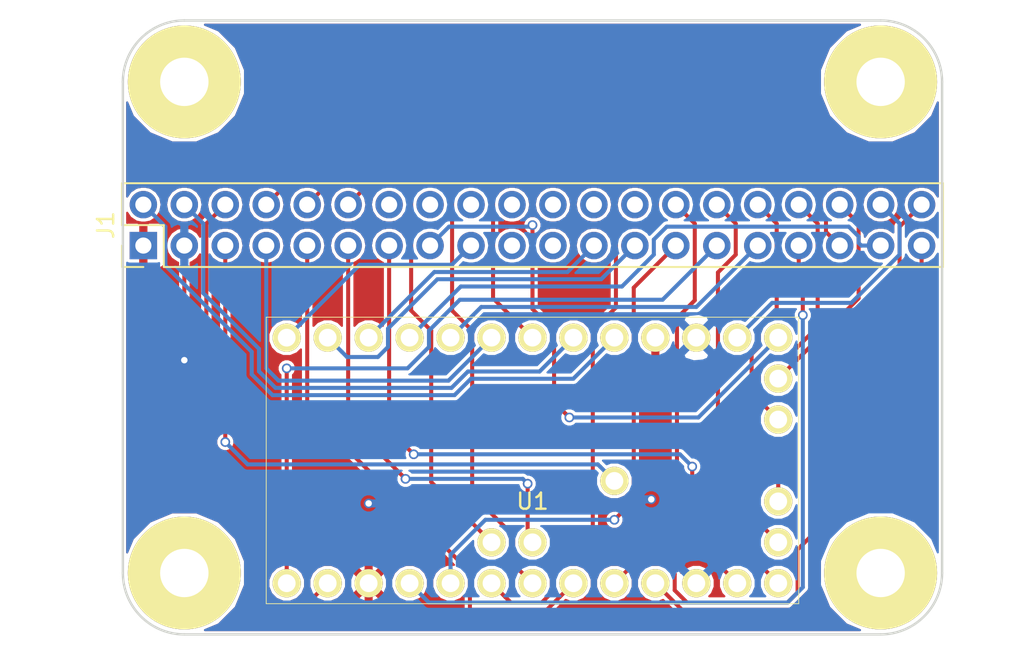
<source format=kicad_pcb>
(kicad_pcb (version 20171130) (host pcbnew 5.0.2-bee76a0~70~ubuntu18.04.1)

  (general
    (thickness 1.6)
    (drawings 9)
    (tracks 260)
    (zones 0)
    (modules 6)
    (nets 32)
  )

  (page A4)
  (layers
    (0 F.Cu signal)
    (31 B.Cu signal)
    (33 F.Adhes user)
    (35 F.Paste user)
    (37 F.SilkS user)
    (39 F.Mask user)
    (40 Dwgs.User user)
    (41 Cmts.User user)
    (42 Eco1.User user)
    (43 Eco2.User user)
    (44 Edge.Cuts user)
    (45 Margin user)
    (47 F.CrtYd user)
    (49 F.Fab user)
  )

  (setup
    (last_trace_width 0.25)
    (trace_clearance 0.2)
    (zone_clearance 0.127)
    (zone_45_only no)
    (trace_min 0.2)
    (segment_width 0.2)
    (edge_width 0.15)
    (via_size 0.6)
    (via_drill 0.4)
    (via_min_size 0.4)
    (via_min_drill 0.3)
    (uvia_size 0.3)
    (uvia_drill 0.1)
    (uvias_allowed no)
    (uvia_min_size 0.2)
    (uvia_min_drill 0.1)
    (pcb_text_width 0.3)
    (pcb_text_size 1.5 1.5)
    (mod_edge_width 0.15)
    (mod_text_size 1 1)
    (mod_text_width 0.15)
    (pad_size 1 1.524)
    (pad_drill 0.85)
    (pad_to_mask_clearance 0.2)
    (solder_mask_min_width 0.25)
    (aux_axis_origin 0 0)
    (visible_elements FFFFFF7F)
    (pcbplotparams
      (layerselection 0x00030_80000001)
      (usegerberextensions false)
      (usegerberattributes false)
      (usegerberadvancedattributes false)
      (creategerberjobfile false)
      (excludeedgelayer true)
      (linewidth 0.100000)
      (plotframeref false)
      (viasonmask false)
      (mode 1)
      (useauxorigin false)
      (hpglpennumber 1)
      (hpglpenspeed 20)
      (hpglpendiameter 15.000000)
      (psnegative false)
      (psa4output false)
      (plotreference true)
      (plotvalue true)
      (plotinvisibletext false)
      (padsonsilk false)
      (subtractmaskfromsilk false)
      (outputformat 1)
      (mirror false)
      (drillshape 1)
      (scaleselection 1)
      (outputdirectory ""))
  )

  (net 0 "")
  (net 1 GND)
  (net 2 BATT+)
  (net 3 BATT-)
  (net 4 5V)
  (net 5 RESET)
  (net 6 3.3V)
  (net 7 BT3)
  (net 8 BT1)
  (net 9 LED6)
  (net 10 SCL)
  (net 11 SDA)
  (net 12 BT2)
  (net 13 Data5)
  (net 14 RX1)
  (net 15 TX1)
  (net 16 Data4)
  (net 17 Data3)
  (net 18 Data2)
  (net 19 Data1)
  (net 20 LED1)
  (net 21 SP+)
  (net 22 SP-)
  (net 23 LED3)
  (net 24 LED4)
  (net 25 LED5)
  (net 26 LED2)
  (net 27 SWDIO)
  (net 28 SWDCLK)
  (net 29 Free3)
  (net 30 Free2)
  (net 31 Free1)

  (net_class Default "This is the default net class."
    (clearance 0.2)
    (trace_width 0.25)
    (via_dia 0.6)
    (via_drill 0.4)
    (uvia_dia 0.3)
    (uvia_drill 0.1)
    (add_net 3.3V)
    (add_net 5V)
    (add_net BATT+)
    (add_net BATT-)
    (add_net BT1)
    (add_net BT2)
    (add_net BT3)
    (add_net Data1)
    (add_net Data2)
    (add_net Data3)
    (add_net Data4)
    (add_net Data5)
    (add_net Free1)
    (add_net Free2)
    (add_net Free3)
    (add_net LED1)
    (add_net LED2)
    (add_net LED3)
    (add_net LED4)
    (add_net LED5)
    (add_net LED6)
    (add_net RESET)
    (add_net RX1)
    (add_net SCL)
    (add_net SDA)
    (add_net SP+)
    (add_net SP-)
    (add_net SWDCLK)
    (add_net SWDIO)
    (add_net TX1)
  )

  (net_class powa ""
    (clearance 0.2)
    (trace_width 0.5)
    (via_dia 0.6)
    (via_drill 0.4)
    (uvia_dia 0.3)
    (uvia_drill 0.1)
    (add_net GND)
  )

  (module lightsaber_parts:ProffieBoardV3.0 (layer F.Cu) (tedit 605C3FFF) (tstamp 605C40E2)
    (at 76.2 94.615)
    (path /6003C411)
    (fp_text reference U1 (at 0 2.54) (layer F.SilkS)
      (effects (font (size 1 1) (thickness 0.15)))
    )
    (fp_text value ProffieboardV3 (at 0 -2.54) (layer F.Fab)
      (effects (font (size 1 1) (thickness 0.15)))
    )
    (fp_line (start -16.51 -8.89) (end 16.51 -8.89) (layer F.SilkS) (width 0.05))
    (fp_line (start 16.51 -8.89) (end 16.51 8.89) (layer F.SilkS) (width 0.05))
    (fp_line (start 16.51 8.89) (end -16.51 8.89) (layer F.SilkS) (width 0.05))
    (fp_line (start -16.51 8.89) (end -16.51 -8.89) (layer F.SilkS) (width 0.05))
    (pad 11 thru_hole circle (at 10.16 7.62) (size 1.75 1.75) (drill 1.1) (layers *.Cu *.Mask F.SilkS)
      (net 3 BATT-))
    (pad 20 thru_hole circle (at 10.16 -7.62) (size 1.75 1.75) (drill 1.1) (layers *.Cu *.Mask F.SilkS)
      (net 3 BATT-))
    (pad 10 thru_hole circle (at 7.62 7.62) (size 1.75 1.75) (drill 1.1) (layers *.Cu *.Mask F.SilkS)
      (net 21 SP+))
    (pad 9 thru_hole circle (at 5.08 7.62) (size 1.75 1.75) (drill 1.1) (layers *.Cu *.Mask F.SilkS)
      (net 22 SP-))
    (pad 17 thru_hole circle (at 15.24 -5.08) (size 1.75 1.75) (drill 1.1) (layers *.Cu *.Mask F.SilkS)
      (net 26 LED2))
    (pad 16 thru_hole circle (at 15.24 -2.54) (size 1.75 1.75) (drill 1.1) (layers *.Cu *.Mask F.SilkS)
      (net 23 LED3))
    (pad 15 thru_hole circle (at 15.24 2.54) (size 1.75 1.75) (drill 1.1) (layers *.Cu *.Mask F.SilkS)
      (net 24 LED4))
    (pad 14 thru_hole circle (at 15.24 5.08) (size 1.75 1.75) (drill 1.1) (layers *.Cu *.Mask F.SilkS)
      (net 25 LED5))
    (pad 13 thru_hole circle (at 15.24 7.62) (size 1.75 1.75) (drill 1.1) (layers *.Cu *.Mask F.SilkS)
      (net 8 BT1))
    (pad 18 thru_hole circle (at 15.24 -7.62) (size 1.75 1.75) (drill 1.1) (layers *.Cu *.Mask F.SilkS)
      (net 12 BT2))
    (pad 22 thru_hole circle (at 5.08 -7.62) (size 1.75 1.75) (drill 1.1) (layers *.Cu *.Mask F.SilkS)
      (net 2 BATT+))
    (pad 26 thru_hole circle (at -5.08 -7.62) (size 1.75 1.75) (drill 1.1) (layers *.Cu *.Mask F.SilkS)
      (net 16 Data4))
    (pad 27 thru_hole circle (at -7.62 -7.62) (size 1.75 1.75) (drill 1.1) (layers *.Cu *.Mask F.SilkS)
      (net 19 Data1))
    (pad 28 thru_hole circle (at -10.16 -7.62) (size 1.75 1.75) (drill 1.1) (layers *.Cu *.Mask F.SilkS)
      (net 29 Free3))
    (pad 29 thru_hole circle (at -12.7 -7.62) (size 1.75 1.75) (drill 1.1) (layers *.Cu *.Mask F.SilkS)
      (net 30 Free2))
    (pad 30 thru_hole circle (at -15.24 -7.62) (size 1.75 1.75) (drill 1.1) (layers *.Cu *.Mask F.SilkS)
      (net 7 BT3))
    (pad 1 thru_hole circle (at -15.24 7.62) (size 1.75 1.75) (drill 1.1) (layers *.Cu *.Mask F.SilkS)
      (net 13 Data5))
    (pad 2 thru_hole circle (at -12.7 7.62) (size 1.75 1.75) (drill 1.1) (layers *.Cu *.Mask F.SilkS)
      (net 6 3.3V))
    (pad 3 thru_hole circle (at -10.16 7.62) (size 1.75 1.75) (drill 1.1) (layers *.Cu *.Mask F.SilkS)
      (net 1 GND))
    (pad 4 thru_hole circle (at -7.62 7.62) (size 1.75 1.75) (drill 1.1) (layers *.Cu *.Mask F.SilkS)
      (net 17 Data3))
    (pad 5 thru_hole circle (at -5.08 7.62) (size 1.75 1.75) (drill 1.1) (layers *.Cu *.Mask F.SilkS)
      (net 31 Free1))
    (pad 6 thru_hole circle (at -2.54 7.62) (size 1.75 1.75) (drill 1.1) (layers *.Cu *.Mask F.SilkS)
      (net 18 Data2))
    (pad 7 thru_hole circle (at 0 7.62) (size 1.75 1.75) (drill 1.1) (layers *.Cu *.Mask F.SilkS)
      (net 10 SCL))
    (pad 8 thru_hole circle (at 2.54 7.62) (size 1.75 1.75) (drill 1.1) (layers *.Cu *.Mask F.SilkS)
      (net 11 SDA))
    (pad 12 thru_hole circle (at 12.7 7.62) (size 1.75 1.75) (drill 1.1) (layers *.Cu *.Mask F.SilkS)
      (net 9 LED6))
    (pad 19 thru_hole circle (at 12.7 -7.62) (size 1.75 1.75) (drill 1.1) (layers *.Cu *.Mask F.SilkS)
      (net 20 LED1))
    (pad 21 thru_hole circle (at 7.62 -7.62) (size 1.75 1.75) (drill 1.1) (layers *.Cu *.Mask F.SilkS)
      (net 1 GND))
    (pad 23 thru_hole circle (at 2.54 -7.62) (size 1.75 1.75) (drill 1.1) (layers *.Cu *.Mask F.SilkS)
      (net 4 5V))
    (pad 24 thru_hole circle (at 0 -7.62) (size 1.75 1.75) (drill 1.1) (layers *.Cu *.Mask F.SilkS)
      (net 15 TX1))
    (pad 25 thru_hole circle (at -2.54 -7.62) (size 1.75 1.75) (drill 1.1) (layers *.Cu *.Mask F.SilkS)
      (net 14 RX1))
    (pad 32 thru_hole circle (at -2.54 5.08) (size 1.75 1.75) (drill 1.1) (layers *.Cu *.Mask F.SilkS)
      (net 28 SWDCLK))
    (pad 31 thru_hole circle (at 0 5.08) (size 1.75 1.75) (drill 1.1) (layers *.Cu *.Mask F.SilkS)
      (net 27 SWDIO))
    (pad 33 thru_hole circle (at 5.08 1.27) (size 1.75 1.75) (drill 1.1) (layers *.Cu *.Mask F.SilkS)
      (net 5 RESET))
  )

  (module lightsaber_parts:screw_hole locked (layer F.Cu) (tedit 582573F1) (tstamp 5C801F6D)
    (at 54.61 71.12)
    (fp_text reference REF** (at 0 0.5) (layer F.SilkS)
      (effects (font (size 1 1) (thickness 0.15)))
    )
    (fp_text value screw_hole (at 0 -0.5) (layer F.Fab)
      (effects (font (size 1 1) (thickness 0.15)))
    )
    (pad 0 thru_hole circle (at 0 0) (size 7 7) (drill 3) (layers *.Cu *.Mask F.SilkS))
  )

  (module lightsaber_parts:screw_hole locked (layer F.Cu) (tedit 582573F1) (tstamp 5C801F60)
    (at 54.61 101.6)
    (fp_text reference REF** (at 0 0.5) (layer F.SilkS)
      (effects (font (size 1 1) (thickness 0.15)))
    )
    (fp_text value screw_hole (at 0 -0.5) (layer F.Fab)
      (effects (font (size 1 1) (thickness 0.15)))
    )
    (pad 0 thru_hole circle (at 0 0) (size 7 7) (drill 3) (layers *.Cu *.Mask F.SilkS))
  )

  (module lightsaber_parts:screw_hole locked (layer F.Cu) (tedit 582573F1) (tstamp 5C801F53)
    (at 97.79 101.6)
    (fp_text reference REF** (at 0 0.5) (layer F.SilkS)
      (effects (font (size 1 1) (thickness 0.15)))
    )
    (fp_text value screw_hole (at 0 -0.5) (layer F.Fab)
      (effects (font (size 1 1) (thickness 0.15)))
    )
    (pad 0 thru_hole circle (at 0 0) (size 7 7) (drill 3) (layers *.Cu *.Mask F.SilkS))
  )

  (module Pin_Headers:Pin_Header_Straight_2x20_Pitch2.54mm (layer F.Cu) (tedit 59650533) (tstamp 5A71435E)
    (at 52.07 81.28 90)
    (descr "Through hole straight pin header, 2x20, 2.54mm pitch, double rows")
    (tags "Through hole pin header THT 2x20 2.54mm double row")
    (path /5B81CF84)
    (fp_text reference J1 (at 1.27 -2.33 90) (layer F.SilkS)
      (effects (font (size 1 1) (thickness 0.15)))
    )
    (fp_text value Conn_02x20_Odd_Even (at 1.27 50.59 90) (layer F.Fab)
      (effects (font (size 1 1) (thickness 0.15)))
    )
    (fp_line (start 0 -1.27) (end 3.81 -1.27) (layer F.Fab) (width 0.1))
    (fp_line (start 3.81 -1.27) (end 3.81 49.53) (layer F.Fab) (width 0.1))
    (fp_line (start 3.81 49.53) (end -1.27 49.53) (layer F.Fab) (width 0.1))
    (fp_line (start -1.27 49.53) (end -1.27 0) (layer F.Fab) (width 0.1))
    (fp_line (start -1.27 0) (end 0 -1.27) (layer F.Fab) (width 0.1))
    (fp_line (start -1.33 49.59) (end 3.87 49.59) (layer F.SilkS) (width 0.12))
    (fp_line (start -1.33 1.27) (end -1.33 49.59) (layer F.SilkS) (width 0.12))
    (fp_line (start 3.87 -1.33) (end 3.87 49.59) (layer F.SilkS) (width 0.12))
    (fp_line (start -1.33 1.27) (end 1.27 1.27) (layer F.SilkS) (width 0.12))
    (fp_line (start 1.27 1.27) (end 1.27 -1.33) (layer F.SilkS) (width 0.12))
    (fp_line (start 1.27 -1.33) (end 3.87 -1.33) (layer F.SilkS) (width 0.12))
    (fp_line (start -1.33 0) (end -1.33 -1.33) (layer F.SilkS) (width 0.12))
    (fp_line (start -1.33 -1.33) (end 0 -1.33) (layer F.SilkS) (width 0.12))
    (fp_line (start -1.8 -1.8) (end -1.8 50.05) (layer F.CrtYd) (width 0.05))
    (fp_line (start -1.8 50.05) (end 4.35 50.05) (layer F.CrtYd) (width 0.05))
    (fp_line (start 4.35 50.05) (end 4.35 -1.8) (layer F.CrtYd) (width 0.05))
    (fp_line (start 4.35 -1.8) (end -1.8 -1.8) (layer F.CrtYd) (width 0.05))
    (fp_text user %R (at 1.27 24.13 180) (layer F.Fab)
      (effects (font (size 1 1) (thickness 0.15)))
    )
    (pad 1 thru_hole rect (at 0 0 90) (size 1.7 1.7) (drill 1) (layers *.Cu *.Mask)
      (net 1 GND))
    (pad 2 thru_hole oval (at 2.54 0 90) (size 1.7 1.7) (drill 1) (layers *.Cu *.Mask)
      (net 2 BATT+))
    (pad 3 thru_hole oval (at 0 2.54 90) (size 1.7 1.7) (drill 1) (layers *.Cu *.Mask)
      (net 3 BATT-))
    (pad 4 thru_hole oval (at 2.54 2.54 90) (size 1.7 1.7) (drill 1) (layers *.Cu *.Mask)
      (net 4 5V))
    (pad 5 thru_hole oval (at 0 5.08 90) (size 1.7 1.7) (drill 1) (layers *.Cu *.Mask)
      (net 5 RESET))
    (pad 6 thru_hole oval (at 2.54 5.08 90) (size 1.7 1.7) (drill 1) (layers *.Cu *.Mask)
      (net 6 3.3V))
    (pad 7 thru_hole oval (at 0 7.62 90) (size 1.7 1.7) (drill 1) (layers *.Cu *.Mask)
      (net 14 RX1))
    (pad 8 thru_hole oval (at 2.54 7.62 90) (size 1.7 1.7) (drill 1) (layers *.Cu *.Mask)
      (net 15 TX1))
    (pad 9 thru_hole oval (at 0 10.16 90) (size 1.7 1.7) (drill 1) (layers *.Cu *.Mask)
      (net 11 SDA))
    (pad 10 thru_hole oval (at 2.54 10.16 90) (size 1.7 1.7) (drill 1) (layers *.Cu *.Mask)
      (net 10 SCL))
    (pad 11 thru_hole oval (at 0 12.7 90) (size 1.7 1.7) (drill 1) (layers *.Cu *.Mask)
      (net 27 SWDIO))
    (pad 12 thru_hole oval (at 2.54 12.7 90) (size 1.7 1.7) (drill 1) (layers *.Cu *.Mask)
      (net 28 SWDCLK))
    (pad 13 thru_hole oval (at 0 15.24 90) (size 1.7 1.7) (drill 1) (layers *.Cu *.Mask)
      (net 8 BT1))
    (pad 14 thru_hole oval (at 2.54 15.24 90) (size 1.7 1.7) (drill 1) (layers *.Cu *.Mask))
    (pad 15 thru_hole oval (at 0 17.78 90) (size 1.7 1.7) (drill 1) (layers *.Cu *.Mask)
      (net 12 BT2))
    (pad 16 thru_hole oval (at 2.54 17.78 90) (size 1.7 1.7) (drill 1) (layers *.Cu *.Mask))
    (pad 17 thru_hole oval (at 0 20.32 90) (size 1.7 1.7) (drill 1) (layers *.Cu *.Mask)
      (net 7 BT3))
    (pad 18 thru_hole oval (at 2.54 20.32 90) (size 1.7 1.7) (drill 1) (layers *.Cu *.Mask))
    (pad 19 thru_hole oval (at 0 22.86 90) (size 1.7 1.7) (drill 1) (layers *.Cu *.Mask))
    (pad 20 thru_hole oval (at 2.54 22.86 90) (size 1.7 1.7) (drill 1) (layers *.Cu *.Mask))
    (pad 21 thru_hole oval (at 0 25.4 90) (size 1.7 1.7) (drill 1) (layers *.Cu *.Mask))
    (pad 22 thru_hole oval (at 2.54 25.4 90) (size 1.7 1.7) (drill 1) (layers *.Cu *.Mask))
    (pad 23 thru_hole oval (at 0 27.94 90) (size 1.7 1.7) (drill 1) (layers *.Cu *.Mask)
      (net 29 Free3))
    (pad 24 thru_hole oval (at 2.54 27.94 90) (size 1.7 1.7) (drill 1) (layers *.Cu *.Mask))
    (pad 25 thru_hole oval (at 0 30.48 90) (size 1.7 1.7) (drill 1) (layers *.Cu *.Mask)
      (net 30 Free2))
    (pad 26 thru_hole oval (at 2.54 30.48 90) (size 1.7 1.7) (drill 1) (layers *.Cu *.Mask))
    (pad 27 thru_hole oval (at 0 33.02 90) (size 1.7 1.7) (drill 1) (layers *.Cu *.Mask)
      (net 31 Free1))
    (pad 28 thru_hole oval (at 2.54 33.02 90) (size 1.7 1.7) (drill 1) (layers *.Cu *.Mask)
      (net 9 LED6))
    (pad 29 thru_hole oval (at 0 35.56 90) (size 1.7 1.7) (drill 1) (layers *.Cu *.Mask)
      (net 13 Data5))
    (pad 30 thru_hole oval (at 2.54 35.56 90) (size 1.7 1.7) (drill 1) (layers *.Cu *.Mask)
      (net 25 LED5))
    (pad 31 thru_hole oval (at 0 38.1 90) (size 1.7 1.7) (drill 1) (layers *.Cu *.Mask)
      (net 16 Data4))
    (pad 32 thru_hole oval (at 2.54 38.1 90) (size 1.7 1.7) (drill 1) (layers *.Cu *.Mask)
      (net 24 LED4))
    (pad 33 thru_hole oval (at 0 40.64 90) (size 1.7 1.7) (drill 1) (layers *.Cu *.Mask)
      (net 17 Data3))
    (pad 34 thru_hole oval (at 2.54 40.64 90) (size 1.7 1.7) (drill 1) (layers *.Cu *.Mask)
      (net 23 LED3))
    (pad 35 thru_hole oval (at 0 43.18 90) (size 1.7 1.7) (drill 1) (layers *.Cu *.Mask)
      (net 18 Data2))
    (pad 36 thru_hole oval (at 2.54 43.18 90) (size 1.7 1.7) (drill 1) (layers *.Cu *.Mask)
      (net 26 LED2))
    (pad 37 thru_hole oval (at 0 45.72 90) (size 1.7 1.7) (drill 1) (layers *.Cu *.Mask)
      (net 19 Data1))
    (pad 38 thru_hole oval (at 2.54 45.72 90) (size 1.7 1.7) (drill 1) (layers *.Cu *.Mask)
      (net 20 LED1))
    (pad 39 thru_hole oval (at 0 48.26 90) (size 1.7 1.7) (drill 1) (layers *.Cu *.Mask)
      (net 21 SP+))
    (pad 40 thru_hole oval (at 2.54 48.26 90) (size 1.7 1.7) (drill 1) (layers *.Cu *.Mask)
      (net 22 SP-))
    (model ${KISYS3DMOD}/Pin_Headers.3dshapes/Pin_Header_Straight_2x20_Pitch2.54mm.wrl
      (at (xyz 0 0 0))
      (scale (xyz 1 1 1))
      (rotate (xyz 0 0 0))
    )
  )

  (module lightsaber_parts:screw_hole locked (layer F.Cu) (tedit 582573F1) (tstamp 5C801F2F)
    (at 97.79 71.12)
    (fp_text reference REF** (at 0 0.5) (layer F.SilkS)
      (effects (font (size 1 1) (thickness 0.15)))
    )
    (fp_text value screw_hole (at 0 -0.5) (layer F.Fab)
      (effects (font (size 1 1) (thickness 0.15)))
    )
    (pad 0 thru_hole circle (at 0 0) (size 7 7) (drill 3) (layers *.Cu *.Mask F.SilkS))
  )

  (gr_text "Proffieboard V3" (at 75.692 71.12) (layer F.Cu)
    (effects (font (size 2 2) (thickness 0.3)))
  )
  (gr_line (start 50.8 71.12) (end 50.8 101.6) (angle 90) (layer Edge.Cuts) (width 0.15))
  (gr_line (start 97.79 67.31) (end 54.61 67.31) (angle 90) (layer Edge.Cuts) (width 0.15))
  (gr_line (start 101.6 101.6) (end 101.6 71.12) (angle 90) (layer Edge.Cuts) (width 0.15))
  (gr_arc (start 97.79 71.12) (end 97.79 67.31) (angle 90) (layer Edge.Cuts) (width 0.15))
  (gr_arc (start 54.61 71.12) (end 50.8 71.12) (angle 90) (layer Edge.Cuts) (width 0.15))
  (gr_line (start 54.61 105.41) (end 97.79 105.41) (angle 90) (layer Edge.Cuts) (width 0.15))
  (gr_arc (start 97.79 101.6) (end 101.6 101.6) (angle 90) (layer Edge.Cuts) (width 0.15))
  (gr_arc (start 54.61 101.6) (end 54.61 105.41) (angle 90) (layer Edge.Cuts) (width 0.15))

  (segment (start 66.04 103.505) (end 66.04 102.235) (width 0.5) (layer F.Cu) (net 1))
  (segment (start 52.07 93.213998) (end 58.560001 99.703999) (width 0.5) (layer F.Cu) (net 1))
  (segment (start 52.07 81.28) (end 52.07 93.213998) (width 0.5) (layer F.Cu) (net 1))
  (segment (start 58.700002 104.521) (end 65.024 104.521) (width 0.5) (layer F.Cu) (net 1))
  (segment (start 65.024 104.521) (end 66.04 103.505) (width 0.5) (layer F.Cu) (net 1))
  (segment (start 58.560001 99.703999) (end 58.560001 104.380999) (width 0.5) (layer F.Cu) (net 1))
  (segment (start 58.560001 104.380999) (end 58.700002 104.521) (width 0.5) (layer F.Cu) (net 1))
  (via (at 83.566 97.028) (size 0.6) (drill 0.4) (layers F.Cu B.Cu) (net 1))
  (segment (start 83.875001 96.718999) (end 83.566 97.028) (width 0.5) (layer F.Cu) (net 1))
  (segment (start 83.875001 88.287437) (end 83.875001 96.718999) (width 0.5) (layer F.Cu) (net 1))
  (segment (start 83.82 86.995) (end 83.82 88.232436) (width 0.5) (layer F.Cu) (net 1))
  (segment (start 83.82 88.232436) (end 83.875001 88.287437) (width 0.5) (layer F.Cu) (net 1))
  (via (at 66.04 97.282) (size 0.6) (drill 0.4) (layers F.Cu B.Cu) (net 1))
  (segment (start 66.04 97.282) (end 66.04 102.235) (width 0.5) (layer F.Cu) (net 1))
  (segment (start 83.141736 97.028) (end 83.566 97.028) (width 0.5) (layer B.Cu) (net 1))
  (segment (start 82.959735 97.210001) (end 83.141736 97.028) (width 0.5) (layer B.Cu) (net 1))
  (segment (start 66.04 97.282) (end 75.786002 97.282) (width 0.5) (layer B.Cu) (net 1))
  (segment (start 75.858001 97.210001) (end 82.959735 97.210001) (width 0.5) (layer B.Cu) (net 1))
  (segment (start 75.786002 97.282) (end 75.858001 97.210001) (width 0.5) (layer B.Cu) (net 1))
  (segment (start 58.789978 89.2728) (end 60.0792 90.562022) (width 0.25) (layer B.Cu) (net 2))
  (segment (start 60.0792 90.562022) (end 71.3658 90.562022) (width 0.25) (layer B.Cu) (net 2))
  (segment (start 71.3658 90.562022) (end 72.38279 89.545032) (width 0.25) (layer B.Cu) (net 2))
  (segment (start 80.405001 87.869999) (end 81.28 86.995) (width 0.25) (layer B.Cu) (net 2))
  (segment (start 78.729969 89.545031) (end 80.405001 87.869999) (width 0.25) (layer B.Cu) (net 2))
  (segment (start 72.38279 89.545032) (end 78.729969 89.545031) (width 0.25) (layer B.Cu) (net 2))
  (segment (start 58.789978 87.873802) (end 58.789978 89.2728) (width 0.25) (layer B.Cu) (net 2))
  (segment (start 53.434999 80.104999) (end 53.434999 82.518821) (width 0.25) (layer B.Cu) (net 2))
  (segment (start 53.434999 82.518821) (end 58.789978 87.873802) (width 0.25) (layer B.Cu) (net 2))
  (segment (start 52.07 78.74) (end 53.434999 80.104999) (width 0.25) (layer B.Cu) (net 2))
  (via (at 54.61 88.392) (size 0.6) (drill 0.4) (layers F.Cu B.Cu) (net 3))
  (segment (start 54.61 81.28) (end 54.61 88.392) (width 0.25) (layer F.Cu) (net 3))
  (segment (start 54.61 88.392) (end 57.230033 91.012033) (width 0.25) (layer B.Cu) (net 3))
  (segment (start 71.5522 91.012033) (end 71.632233 90.932) (width 0.25) (layer B.Cu) (net 3))
  (segment (start 57.230033 91.012033) (end 71.5522 91.012033) (width 0.25) (layer B.Cu) (net 3))
  (segment (start 85.485001 87.869999) (end 86.36 86.995) (width 0.25) (layer B.Cu) (net 3))
  (segment (start 71.632233 90.932) (end 82.423 90.932) (width 0.25) (layer B.Cu) (net 3))
  (segment (start 82.423 90.932) (end 85.485001 87.869999) (width 0.25) (layer B.Cu) (net 3))
  (segment (start 76.639979 89.095021) (end 77.865001 87.869999) (width 0.25) (layer B.Cu) (net 4))
  (segment (start 55.785001 84.232413) (end 59.239989 87.687402) (width 0.25) (layer B.Cu) (net 4))
  (segment (start 77.865001 87.869999) (end 78.74 86.995) (width 0.25) (layer B.Cu) (net 4))
  (segment (start 54.61 78.74) (end 55.785001 79.915001) (width 0.25) (layer B.Cu) (net 4))
  (segment (start 72.19639 89.095021) (end 76.639979 89.095021) (width 0.25) (layer B.Cu) (net 4))
  (segment (start 59.239989 89.0864) (end 60.2656 90.112011) (width 0.25) (layer B.Cu) (net 4))
  (segment (start 71.1794 90.112011) (end 72.19639 89.095021) (width 0.25) (layer B.Cu) (net 4))
  (segment (start 55.785001 79.915001) (end 55.785001 84.232413) (width 0.25) (layer B.Cu) (net 4))
  (segment (start 60.2656 90.112011) (end 71.1794 90.112011) (width 0.25) (layer B.Cu) (net 4))
  (segment (start 59.239989 87.687402) (end 59.239989 89.0864) (width 0.25) (layer B.Cu) (net 4))
  (segment (start 57.15 81.28) (end 57.15 93.472) (width 0.25) (layer F.Cu) (net 5))
  (via (at 57.15 93.472) (size 0.6) (drill 0.4) (layers F.Cu B.Cu) (net 5))
  (segment (start 80.405001 95.010001) (end 81.28 95.885) (width 0.25) (layer B.Cu) (net 5))
  (segment (start 80.254001 94.859001) (end 80.405001 95.010001) (width 0.25) (layer B.Cu) (net 5))
  (segment (start 57.15 93.472) (end 58.537001 94.859001) (width 0.25) (layer B.Cu) (net 5))
  (segment (start 58.537001 94.859001) (end 80.254001 94.859001) (width 0.25) (layer B.Cu) (net 5))
  (segment (start 55.974999 96.305811) (end 59.309 99.639812) (width 0.25) (layer F.Cu) (net 6))
  (segment (start 57.15 78.74) (end 55.974999 79.915001) (width 0.25) (layer F.Cu) (net 6))
  (segment (start 55.974999 79.915001) (end 55.974999 96.305811) (width 0.25) (layer F.Cu) (net 6))
  (segment (start 59.309 99.639812) (end 59.309 103.378) (width 0.25) (layer F.Cu) (net 6))
  (segment (start 59.366001 103.435001) (end 59.366001 103.562001) (width 0.25) (layer F.Cu) (net 6))
  (segment (start 59.309 103.378) (end 59.366001 103.435001) (width 0.25) (layer F.Cu) (net 6))
  (segment (start 59.366001 103.562001) (end 59.69 103.886) (width 0.25) (layer F.Cu) (net 6))
  (segment (start 61.849 103.886) (end 63.5 102.235) (width 0.25) (layer F.Cu) (net 6))
  (segment (start 59.69 103.886) (end 61.849 103.886) (width 0.25) (layer F.Cu) (net 6))
  (segment (start 71.200033 82.469967) (end 65.485033 82.469967) (width 0.25) (layer B.Cu) (net 7))
  (segment (start 61.834999 86.120001) (end 60.96 86.995) (width 0.25) (layer B.Cu) (net 7))
  (segment (start 65.485033 82.469967) (end 61.834999 86.120001) (width 0.25) (layer B.Cu) (net 7))
  (segment (start 72.39 81.28) (end 71.200033 82.469967) (width 0.25) (layer B.Cu) (net 7))
  (segment (start 67.31 81.28) (end 67.31 89.916) (width 0.25) (layer F.Cu) (net 8))
  (via (at 68.834 94.234) (size 0.6) (drill 0.4) (layers F.Cu B.Cu) (net 8))
  (segment (start 67.31 89.916) (end 67.31 92.71) (width 0.25) (layer F.Cu) (net 8))
  (segment (start 67.31 92.71) (end 68.834 94.234) (width 0.25) (layer F.Cu) (net 8))
  (via (at 86.106 94.996) (size 0.6) (drill 0.4) (layers F.Cu B.Cu) (net 8))
  (segment (start 86.106 96.901) (end 91.44 102.235) (width 0.25) (layer F.Cu) (net 8))
  (segment (start 86.106 94.996) (end 86.106 96.901) (width 0.25) (layer F.Cu) (net 8))
  (segment (start 85.344 94.234) (end 86.106 94.996) (width 0.25) (layer B.Cu) (net 8))
  (segment (start 68.834 94.234) (end 85.344 94.234) (width 0.25) (layer B.Cu) (net 8))
  (segment (start 88.025001 101.360001) (end 88.9 102.235) (width 0.25) (layer F.Cu) (net 9))
  (segment (start 85.159999 85.782001) (end 85.159999 98.494999) (width 0.25) (layer F.Cu) (net 9))
  (segment (start 86.265001 84.676999) (end 85.159999 85.782001) (width 0.25) (layer F.Cu) (net 9))
  (segment (start 85.159999 98.494999) (end 88.025001 101.360001) (width 0.25) (layer F.Cu) (net 9))
  (segment (start 85.09 78.74) (end 86.265001 79.915001) (width 0.25) (layer F.Cu) (net 9))
  (segment (start 86.265001 79.915001) (end 86.265001 84.676999) (width 0.25) (layer F.Cu) (net 9))
  (segment (start 75.325001 101.360001) (end 76.2 102.235) (width 0.25) (layer F.Cu) (net 10))
  (segment (start 74.999999 101.034999) (end 75.325001 101.360001) (width 0.25) (layer F.Cu) (net 10))
  (segment (start 74.999999 99.258997) (end 74.999999 101.034999) (width 0.25) (layer F.Cu) (net 10))
  (segment (start 72.459999 96.718997) (end 74.999999 99.258997) (width 0.25) (layer F.Cu) (net 10))
  (segment (start 71.214999 78.365997) (end 71.214999 85.313997) (width 0.25) (layer F.Cu) (net 10))
  (segment (start 63.855011 77.114989) (end 69.963991 77.114989) (width 0.25) (layer F.Cu) (net 10))
  (segment (start 62.23 78.74) (end 63.855011 77.114989) (width 0.25) (layer F.Cu) (net 10))
  (segment (start 69.963991 77.114989) (end 71.214999 78.365997) (width 0.25) (layer F.Cu) (net 10))
  (segment (start 71.214999 85.313997) (end 72.459999 86.558997) (width 0.25) (layer F.Cu) (net 10))
  (segment (start 72.459999 86.558997) (end 72.459999 96.718997) (width 0.25) (layer F.Cu) (net 10))
  (segment (start 72.320001 101.530001) (end 62.23 91.44) (width 0.25) (layer F.Cu) (net 11))
  (segment (start 72.320001 103.816001) (end 72.320001 101.530001) (width 0.25) (layer F.Cu) (net 11))
  (segment (start 62.23 91.44) (end 62.23 81.28) (width 0.25) (layer F.Cu) (net 11))
  (segment (start 72.389011 103.885011) (end 72.320001 103.816001) (width 0.25) (layer F.Cu) (net 11))
  (segment (start 78.74 102.235) (end 77.089989 103.885011) (width 0.25) (layer F.Cu) (net 11))
  (segment (start 77.089989 103.885011) (end 72.389011 103.885011) (width 0.25) (layer F.Cu) (net 11))
  (via (at 76.2 80.01) (size 0.6) (drill 0.4) (layers F.Cu B.Cu) (net 12))
  (segment (start 76.105001 80.104999) (end 76.2 80.01) (width 0.25) (layer B.Cu) (net 12))
  (segment (start 69.85 81.28) (end 71.025001 80.104999) (width 0.25) (layer B.Cu) (net 12))
  (segment (start 71.025001 80.104999) (end 76.105001 80.104999) (width 0.25) (layer B.Cu) (net 12))
  (segment (start 77.539999 86.558997) (end 77.539999 91.001999) (width 0.25) (layer F.Cu) (net 12))
  (segment (start 76.2 80.01) (end 76.2 85.218998) (width 0.25) (layer F.Cu) (net 12))
  (segment (start 76.2 85.218998) (end 77.539999 86.558997) (width 0.25) (layer F.Cu) (net 12))
  (via (at 78.486 91.948) (size 0.6) (drill 0.4) (layers F.Cu B.Cu) (net 12))
  (segment (start 77.539999 91.001999) (end 78.486 91.948) (width 0.25) (layer F.Cu) (net 12))
  (segment (start 86.487 91.948) (end 91.44 86.995) (width 0.25) (layer B.Cu) (net 12))
  (segment (start 78.486 91.948) (end 86.487 91.948) (width 0.25) (layer B.Cu) (net 12))
  (segment (start 69.780001 87.571001) (end 68.451002 88.9) (width 0.25) (layer B.Cu) (net 13))
  (segment (start 69.780001 86.558997) (end 69.780001 87.571001) (width 0.25) (layer B.Cu) (net 13))
  (segment (start 71.699008 84.63999) (end 69.780001 86.558997) (width 0.25) (layer B.Cu) (net 13))
  (segment (start 87.63 81.28) (end 84.27001 84.63999) (width 0.25) (layer B.Cu) (net 13))
  (segment (start 84.27001 84.63999) (end 71.699008 84.63999) (width 0.25) (layer B.Cu) (net 13))
  (segment (start 68.451002 88.9) (end 60.96 88.9) (width 0.25) (layer B.Cu) (net 13))
  (via (at 60.96 88.9) (size 0.6) (drill 0.4) (layers F.Cu B.Cu) (net 13))
  (segment (start 60.96 88.9) (end 60.96 102.235) (width 0.25) (layer F.Cu) (net 13))
  (segment (start 60.452 89.662) (end 70.993 89.662) (width 0.25) (layer B.Cu) (net 14))
  (segment (start 72.785001 87.869999) (end 73.66 86.995) (width 0.25) (layer B.Cu) (net 14))
  (segment (start 59.69 88.9) (end 60.452 89.662) (width 0.25) (layer B.Cu) (net 14))
  (segment (start 70.993 89.662) (end 72.785001 87.869999) (width 0.25) (layer B.Cu) (net 14))
  (segment (start 59.69 81.28) (end 59.69 88.9) (width 0.25) (layer B.Cu) (net 14))
  (segment (start 75.325001 86.120001) (end 76.2 86.995) (width 0.25) (layer F.Cu) (net 15))
  (segment (start 73.754999 84.549999) (end 75.325001 86.120001) (width 0.25) (layer F.Cu) (net 15))
  (segment (start 73.754999 78.365997) (end 73.754999 84.549999) (width 0.25) (layer F.Cu) (net 15))
  (segment (start 72.053981 76.664979) (end 73.754999 78.365997) (width 0.25) (layer F.Cu) (net 15))
  (segment (start 59.69 78.74) (end 61.765021 76.664979) (width 0.25) (layer F.Cu) (net 15))
  (segment (start 61.765021 76.664979) (end 72.053981 76.664979) (width 0.25) (layer F.Cu) (net 15))
  (segment (start 73.025 85.09) (end 71.994999 86.120001) (width 0.25) (layer B.Cu) (net 16))
  (segment (start 71.994999 86.120001) (end 71.12 86.995) (width 0.25) (layer B.Cu) (net 16))
  (segment (start 90.17 81.28) (end 86.36 85.09) (width 0.25) (layer B.Cu) (net 16))
  (segment (start 86.36 85.09) (end 73.025 85.09) (width 0.25) (layer B.Cu) (net 16))
  (segment (start 92.71 82.482081) (end 92.964 82.736081) (width 0.25) (layer F.Cu) (net 17))
  (segment (start 92.71 81.28) (end 92.71 82.482081) (width 0.25) (layer F.Cu) (net 17))
  (via (at 92.964 85.598) (size 0.6) (drill 0.4) (layers F.Cu B.Cu) (net 17))
  (segment (start 92.964 82.736081) (end 92.964 85.598) (width 0.25) (layer F.Cu) (net 17))
  (segment (start 69.454999 103.109999) (end 68.58 102.235) (width 0.25) (layer B.Cu) (net 17))
  (segment (start 69.780001 103.435001) (end 69.454999 103.109999) (width 0.25) (layer B.Cu) (net 17))
  (segment (start 92.016001 103.435001) (end 69.780001 103.435001) (width 0.25) (layer B.Cu) (net 17))
  (segment (start 92.964 85.598) (end 92.964 102.487002) (width 0.25) (layer B.Cu) (net 17))
  (segment (start 92.964 102.487002) (end 92.016001 103.435001) (width 0.25) (layer B.Cu) (net 17))
  (segment (start 74.534999 103.109999) (end 73.66 102.235) (width 0.25) (layer F.Cu) (net 18))
  (segment (start 77.400001 102.811001) (end 76.776001 103.435001) (width 0.25) (layer F.Cu) (net 18))
  (segment (start 79.940001 86.558997) (end 79.940001 99.129999) (width 0.25) (layer F.Cu) (net 18))
  (segment (start 94.400001 80.430001) (end 94.400001 79.629003) (width 0.25) (layer F.Cu) (net 18))
  (segment (start 83.914999 78.175999) (end 83.914999 79.278591) (width 0.25) (layer F.Cu) (net 18))
  (segment (start 77.400001 101.669999) (end 77.400001 102.811001) (width 0.25) (layer F.Cu) (net 18))
  (segment (start 94.074999 79.304001) (end 94.074999 78.365997) (width 0.25) (layer F.Cu) (net 18))
  (segment (start 81.985999 80.104999) (end 81.374999 80.715999) (width 0.25) (layer F.Cu) (net 18))
  (segment (start 83.914999 79.278591) (end 83.088591 80.104999) (width 0.25) (layer F.Cu) (net 18))
  (segment (start 94.074999 78.365997) (end 93.274001 77.564999) (width 0.25) (layer F.Cu) (net 18))
  (segment (start 95.25 81.28) (end 94.400001 80.430001) (width 0.25) (layer F.Cu) (net 18))
  (segment (start 93.274001 77.564999) (end 84.525999 77.564999) (width 0.25) (layer F.Cu) (net 18))
  (segment (start 84.525999 77.564999) (end 83.914999 78.175999) (width 0.25) (layer F.Cu) (net 18))
  (segment (start 83.088591 80.104999) (end 81.985999 80.104999) (width 0.25) (layer F.Cu) (net 18))
  (segment (start 76.776001 103.435001) (end 74.860001 103.435001) (width 0.25) (layer F.Cu) (net 18))
  (segment (start 81.374999 80.715999) (end 81.374999 85.123999) (width 0.25) (layer F.Cu) (net 18))
  (segment (start 74.860001 103.435001) (end 74.534999 103.109999) (width 0.25) (layer F.Cu) (net 18))
  (segment (start 94.400001 79.629003) (end 94.074999 79.304001) (width 0.25) (layer F.Cu) (net 18))
  (segment (start 81.374999 85.123999) (end 79.940001 86.558997) (width 0.25) (layer F.Cu) (net 18))
  (segment (start 79.940001 99.129999) (end 77.400001 101.669999) (width 0.25) (layer F.Cu) (net 18))
  (segment (start 69.454999 86.120001) (end 68.58 86.995) (width 0.25) (layer B.Cu) (net 19))
  (segment (start 71.755 83.82) (end 69.454999 86.120001) (width 0.25) (layer B.Cu) (net 19))
  (segment (start 81.749002 83.82) (end 71.755 83.82) (width 0.25) (layer B.Cu) (net 19))
  (segment (start 83.725001 81.844001) (end 81.749002 83.82) (width 0.25) (layer B.Cu) (net 19))
  (segment (start 84.525999 80.104999) (end 83.725001 80.905997) (width 0.25) (layer B.Cu) (net 19))
  (segment (start 95.814001 80.104999) (end 84.525999 80.104999) (width 0.25) (layer B.Cu) (net 19))
  (segment (start 97.79 81.28) (end 96.587919 81.28) (width 0.25) (layer B.Cu) (net 19))
  (segment (start 83.725001 80.905997) (end 83.725001 81.844001) (width 0.25) (layer B.Cu) (net 19))
  (segment (start 96.425001 81.117082) (end 96.425001 80.715999) (width 0.25) (layer B.Cu) (net 19))
  (segment (start 96.587919 81.28) (end 96.425001 81.117082) (width 0.25) (layer B.Cu) (net 19))
  (segment (start 96.425001 80.715999) (end 95.814001 80.104999) (width 0.25) (layer B.Cu) (net 19))
  (segment (start 91.059 84.836) (end 89.774999 86.120001) (width 0.25) (layer B.Cu) (net 20))
  (segment (start 95.973002 84.836) (end 91.059 84.836) (width 0.25) (layer B.Cu) (net 20))
  (segment (start 98.965001 81.844001) (end 95.973002 84.836) (width 0.25) (layer B.Cu) (net 20))
  (segment (start 97.79 78.74) (end 98.965001 79.915001) (width 0.25) (layer B.Cu) (net 20))
  (segment (start 89.774999 86.120001) (end 88.9 86.995) (width 0.25) (layer B.Cu) (net 20))
  (segment (start 98.965001 79.915001) (end 98.965001 81.844001) (width 0.25) (layer B.Cu) (net 20))
  (segment (start 100.33 82.482081) (end 100.33 81.28) (width 0.25) (layer F.Cu) (net 21))
  (segment (start 100.33 93.09241) (end 100.33 82.482081) (width 0.25) (layer F.Cu) (net 21))
  (segment (start 85.470011 103.885011) (end 92.202402 103.88501) (width 0.25) (layer F.Cu) (net 21))
  (segment (start 83.82 102.235) (end 85.470011 103.885011) (width 0.25) (layer F.Cu) (net 21))
  (segment (start 92.202402 103.88501) (end 93.964999 102.122413) (width 0.25) (layer F.Cu) (net 21))
  (segment (start 93.964999 102.122413) (end 93.964999 99.457411) (width 0.25) (layer F.Cu) (net 21))
  (segment (start 93.964999 99.457411) (end 100.33 93.09241) (width 0.25) (layer F.Cu) (net 21))
  (segment (start 85.020001 101.658999) (end 84.396001 101.034999) (width 0.25) (layer F.Cu) (net 22))
  (segment (start 85.020001 102.671003) (end 85.020001 101.658999) (width 0.25) (layer F.Cu) (net 22))
  (segment (start 82.154999 101.360001) (end 81.28 102.235) (width 0.25) (layer F.Cu) (net 22))
  (segment (start 98.965001 80.104999) (end 98.965001 93.820999) (width 0.25) (layer F.Cu) (net 22))
  (segment (start 100.33 78.74) (end 98.965001 80.104999) (width 0.25) (layer F.Cu) (net 22))
  (segment (start 92.640001 100.145999) (end 92.640001 102.811001) (width 0.25) (layer F.Cu) (net 22))
  (segment (start 98.965001 93.820999) (end 92.640001 100.145999) (width 0.25) (layer F.Cu) (net 22))
  (segment (start 92.640001 102.811001) (end 92.016001 103.435001) (width 0.25) (layer F.Cu) (net 22))
  (segment (start 82.480001 101.034999) (end 82.154999 101.360001) (width 0.25) (layer F.Cu) (net 22))
  (segment (start 84.396001 101.034999) (end 82.480001 101.034999) (width 0.25) (layer F.Cu) (net 22))
  (segment (start 85.783999 103.435001) (end 85.020001 102.671003) (width 0.25) (layer F.Cu) (net 22))
  (segment (start 92.016001 103.435001) (end 85.783999 103.435001) (width 0.25) (layer F.Cu) (net 22))
  (segment (start 92.71 78.74) (end 93.885001 79.915001) (width 0.25) (layer F.Cu) (net 23))
  (segment (start 90.565001 91.200001) (end 91.44 92.075) (width 0.25) (layer F.Cu) (net 23))
  (segment (start 90.239999 90.874999) (end 90.565001 91.200001) (width 0.25) (layer F.Cu) (net 23))
  (segment (start 91.876003 88.334999) (end 90.863999 88.334999) (width 0.25) (layer F.Cu) (net 23))
  (segment (start 93.885001 79.915001) (end 93.885001 86.326001) (width 0.25) (layer F.Cu) (net 23))
  (segment (start 90.239999 88.958999) (end 90.239999 90.874999) (width 0.25) (layer F.Cu) (net 23))
  (segment (start 93.885001 86.326001) (end 91.876003 88.334999) (width 0.25) (layer F.Cu) (net 23))
  (segment (start 90.863999 88.334999) (end 90.239999 88.958999) (width 0.25) (layer F.Cu) (net 23))
  (segment (start 91.44 95.917564) (end 89.78999 94.267554) (width 0.25) (layer F.Cu) (net 24))
  (segment (start 91.44 97.155) (end 91.44 95.917564) (width 0.25) (layer F.Cu) (net 24))
  (segment (start 89.78999 94.267554) (end 89.78999 88.02101) (width 0.25) (layer F.Cu) (net 24))
  (segment (start 89.78999 88.02101) (end 90.239999 87.571001) (width 0.25) (layer F.Cu) (net 24))
  (segment (start 90.239999 87.571001) (end 90.239999 86.431409) (width 0.25) (layer F.Cu) (net 24))
  (segment (start 91.019999 79.589999) (end 90.17 78.74) (width 0.25) (layer F.Cu) (net 24))
  (segment (start 91.345001 79.915001) (end 91.019999 79.589999) (width 0.25) (layer F.Cu) (net 24))
  (segment (start 90.239999 86.431409) (end 91.345001 85.326407) (width 0.25) (layer F.Cu) (net 24))
  (segment (start 91.345001 85.326407) (end 91.345001 79.915001) (width 0.25) (layer F.Cu) (net 24))
  (segment (start 88.479999 79.589999) (end 87.63 78.74) (width 0.25) (layer F.Cu) (net 25))
  (segment (start 88.805001 79.915001) (end 88.479999 79.589999) (width 0.25) (layer F.Cu) (net 25))
  (segment (start 88.805001 81.844001) (end 88.805001 79.915001) (width 0.25) (layer F.Cu) (net 25))
  (segment (start 87.699999 82.949003) (end 88.805001 81.844001) (width 0.25) (layer F.Cu) (net 25))
  (segment (start 87.699999 95.954999) (end 87.699999 82.949003) (width 0.25) (layer F.Cu) (net 25))
  (segment (start 91.44 99.695) (end 87.699999 95.954999) (width 0.25) (layer F.Cu) (net 25))
  (segment (start 92.314999 88.660001) (end 91.44 89.535) (width 0.25) (layer F.Cu) (net 26))
  (segment (start 96.425001 84.549999) (end 92.314999 88.660001) (width 0.25) (layer F.Cu) (net 26))
  (segment (start 95.25 78.74) (end 96.425001 79.915001) (width 0.25) (layer F.Cu) (net 26))
  (segment (start 96.425001 79.915001) (end 96.425001 84.549999) (width 0.25) (layer F.Cu) (net 26))
  (segment (start 64.77 81.28) (end 64.77 89.916) (width 0.25) (layer F.Cu) (net 27))
  (via (at 68.326 95.758) (size 0.6) (drill 0.4) (layers F.Cu B.Cu) (net 27))
  (segment (start 64.77 89.916) (end 64.77 92.202) (width 0.25) (layer F.Cu) (net 27))
  (segment (start 64.77 92.202) (end 68.326 95.758) (width 0.25) (layer F.Cu) (net 27))
  (via (at 75.900001 96.057999) (size 0.6) (drill 0.4) (layers F.Cu B.Cu) (net 27))
  (segment (start 75.900001 99.395001) (end 76.2 99.695) (width 0.25) (layer F.Cu) (net 27))
  (segment (start 75.900001 96.057999) (end 75.900001 99.395001) (width 0.25) (layer F.Cu) (net 27))
  (segment (start 75.600002 95.758) (end 75.900001 96.057999) (width 0.25) (layer B.Cu) (net 27))
  (segment (start 68.326 95.758) (end 75.600002 95.758) (width 0.25) (layer B.Cu) (net 27))
  (segment (start 72.785001 98.820001) (end 73.66 99.695) (width 0.25) (layer F.Cu) (net 28))
  (segment (start 64.77 78.74) (end 65.945001 77.564999) (width 0.25) (layer F.Cu) (net 28))
  (segment (start 69.919999 95.954999) (end 72.785001 98.820001) (width 0.25) (layer F.Cu) (net 28))
  (segment (start 65.945001 77.564999) (end 67.874001 77.564999) (width 0.25) (layer F.Cu) (net 28))
  (segment (start 67.874001 77.564999) (end 68.674999 78.365997) (width 0.25) (layer F.Cu) (net 28))
  (segment (start 68.674999 78.365997) (end 68.674999 85.313997) (width 0.25) (layer F.Cu) (net 28))
  (segment (start 68.674999 85.313997) (end 69.919999 86.558997) (width 0.25) (layer F.Cu) (net 28))
  (segment (start 69.919999 86.558997) (end 69.919999 95.954999) (width 0.25) (layer F.Cu) (net 28))
  (segment (start 66.914999 86.120001) (end 66.04 86.995) (width 0.25) (layer B.Cu) (net 29))
  (segment (start 70.115022 82.919978) (end 66.914999 86.120001) (width 0.25) (layer B.Cu) (net 29))
  (segment (start 78.370022 82.919978) (end 70.115022 82.919978) (width 0.25) (layer B.Cu) (net 29))
  (segment (start 80.01 81.28) (end 78.370022 82.919978) (width 0.25) (layer B.Cu) (net 29))
  (segment (start 80.460011 83.369989) (end 70.301421 83.369989) (width 0.25) (layer B.Cu) (net 30))
  (segment (start 67.240001 86.431409) (end 67.240001 87.571001) (width 0.25) (layer B.Cu) (net 30))
  (segment (start 64.374999 87.869999) (end 63.5 86.995) (width 0.25) (layer B.Cu) (net 30))
  (segment (start 70.301421 83.369989) (end 67.240001 86.431409) (width 0.25) (layer B.Cu) (net 30))
  (segment (start 66.616001 88.195001) (end 64.700001 88.195001) (width 0.25) (layer B.Cu) (net 30))
  (segment (start 67.240001 87.571001) (end 66.616001 88.195001) (width 0.25) (layer B.Cu) (net 30))
  (segment (start 82.55 81.28) (end 80.460011 83.369989) (width 0.25) (layer B.Cu) (net 30))
  (segment (start 64.700001 88.195001) (end 64.374999 87.869999) (width 0.25) (layer B.Cu) (net 30))
  (via (at 81.28 98.297958) (size 0.6) (drill 0.4) (layers F.Cu B.Cu) (net 31))
  (segment (start 73.28104 98.297958) (end 80.855736 98.297958) (width 0.25) (layer B.Cu) (net 31))
  (segment (start 80.855736 98.297958) (end 81.28 98.297958) (width 0.25) (layer B.Cu) (net 31))
  (segment (start 71.12 100.458998) (end 73.28104 98.297958) (width 0.25) (layer B.Cu) (net 31))
  (segment (start 71.12 102.235) (end 71.12 100.458998) (width 0.25) (layer B.Cu) (net 31))
  (segment (start 82.480001 97.097957) (end 81.28 98.297958) (width 0.25) (layer F.Cu) (net 31))
  (segment (start 85.09 81.28) (end 82.480001 83.889999) (width 0.25) (layer F.Cu) (net 31))
  (segment (start 82.480001 83.889999) (end 82.480001 97.097957) (width 0.25) (layer F.Cu) (net 31))

  (zone (net 1) (net_name GND) (layer F.Cu) (tstamp 5B81BF0A) (hatch edge 0.508)
    (connect_pads (clearance 0.127))
    (min_thickness 0.127)
    (fill yes (arc_segments 16) (thermal_gap 0.508) (thermal_bridge_width 0.508))
    (polygon
      (pts
        (xy 43.18 66.04) (xy 106.68 66.04) (xy 106.68 106.68) (xy 43.18 106.68)
      )
    )
    (filled_polygon
      (pts
        (xy 95.658149 67.929459) (xy 94.599459 68.988149) (xy 94.0265 70.371393) (xy 94.0265 71.868607) (xy 94.599459 73.251851)
        (xy 95.658149 74.310541) (xy 97.041393 74.8835) (xy 98.538607 74.8835) (xy 99.921851 74.310541) (xy 100.980541 73.251851)
        (xy 101.334501 72.397317) (xy 101.334501 78.239096) (xy 101.132788 77.937212) (xy 100.764466 77.691107) (xy 100.439666 77.6265)
        (xy 100.220334 77.6265) (xy 99.895534 77.691107) (xy 99.527212 77.937212) (xy 99.281107 78.305534) (xy 99.194686 78.74)
        (xy 99.281107 79.174466) (xy 99.307145 79.213434) (xy 98.71735 79.803229) (xy 98.684908 79.824906) (xy 98.599042 79.953415)
        (xy 98.583035 80.03389) (xy 98.56889 80.104999) (xy 98.576501 80.143261) (xy 98.576501 80.466329) (xy 98.224466 80.231107)
        (xy 97.899666 80.1665) (xy 97.680334 80.1665) (xy 97.355534 80.231107) (xy 96.987212 80.477212) (xy 96.813501 80.737189)
        (xy 96.813501 79.953262) (xy 96.821112 79.915) (xy 96.809873 79.8585) (xy 96.79096 79.763416) (xy 96.705094 79.634908)
        (xy 96.672655 79.613234) (xy 96.272855 79.213434) (xy 96.298893 79.174466) (xy 96.385314 78.74) (xy 96.654686 78.74)
        (xy 96.741107 79.174466) (xy 96.987212 79.542788) (xy 97.355534 79.788893) (xy 97.680334 79.8535) (xy 97.899666 79.8535)
        (xy 98.224466 79.788893) (xy 98.592788 79.542788) (xy 98.838893 79.174466) (xy 98.925314 78.74) (xy 98.838893 78.305534)
        (xy 98.592788 77.937212) (xy 98.224466 77.691107) (xy 97.899666 77.6265) (xy 97.680334 77.6265) (xy 97.355534 77.691107)
        (xy 96.987212 77.937212) (xy 96.741107 78.305534) (xy 96.654686 78.74) (xy 96.385314 78.74) (xy 96.298893 78.305534)
        (xy 96.052788 77.937212) (xy 95.684466 77.691107) (xy 95.359666 77.6265) (xy 95.140334 77.6265) (xy 94.815534 77.691107)
        (xy 94.447212 77.937212) (xy 94.350092 78.082563) (xy 94.322653 78.064229) (xy 93.575771 77.317348) (xy 93.554094 77.284906)
        (xy 93.425586 77.19904) (xy 93.312264 77.176499) (xy 93.312263 77.176499) (xy 93.274001 77.168888) (xy 93.235739 77.176499)
        (xy 84.564256 77.176499) (xy 84.525998 77.168889) (xy 84.48774 77.176499) (xy 84.487736 77.176499) (xy 84.374414 77.19904)
        (xy 84.245906 77.284906) (xy 84.224231 77.317345) (xy 83.667348 77.874229) (xy 83.634906 77.895906) (xy 83.54904 78.024415)
        (xy 83.530357 78.118341) (xy 83.518888 78.175999) (xy 83.521663 78.189952) (xy 83.352788 77.937212) (xy 82.984466 77.691107)
        (xy 82.659666 77.6265) (xy 82.440334 77.6265) (xy 82.115534 77.691107) (xy 81.747212 77.937212) (xy 81.501107 78.305534)
        (xy 81.414686 78.74) (xy 81.501107 79.174466) (xy 81.747212 79.542788) (xy 81.999954 79.711665) (xy 81.985998 79.708889)
        (xy 81.94774 79.716499) (xy 81.947736 79.716499) (xy 81.834414 79.73904) (xy 81.705906 79.824906) (xy 81.684231 79.857345)
        (xy 81.127348 80.414229) (xy 81.094906 80.435906) (xy 81.00904 80.564415) (xy 80.986515 80.677655) (xy 80.978888 80.715999)
        (xy 80.981663 80.729952) (xy 80.812788 80.477212) (xy 80.444466 80.231107) (xy 80.119666 80.1665) (xy 79.900334 80.1665)
        (xy 79.575534 80.231107) (xy 79.207212 80.477212) (xy 78.961107 80.845534) (xy 78.874686 81.28) (xy 78.961107 81.714466)
        (xy 79.207212 82.082788) (xy 79.575534 82.328893) (xy 79.900334 82.3935) (xy 80.119666 82.3935) (xy 80.444466 82.328893)
        (xy 80.812788 82.082788) (xy 80.986499 81.822811) (xy 80.9865 84.963076) (xy 79.69235 86.257227) (xy 79.659908 86.278904)
        (xy 79.649526 86.294443) (xy 79.384909 86.029826) (xy 78.966462 85.8565) (xy 78.513538 85.8565) (xy 78.095091 86.029826)
        (xy 77.830474 86.294443) (xy 77.820092 86.278904) (xy 77.787653 86.25723) (xy 76.5885 85.058077) (xy 76.5885 81.964987)
        (xy 76.667212 82.082788) (xy 77.035534 82.328893) (xy 77.360334 82.3935) (xy 77.579666 82.3935) (xy 77.904466 82.328893)
        (xy 78.272788 82.082788) (xy 78.518893 81.714466) (xy 78.605314 81.28) (xy 78.518893 80.845534) (xy 78.272788 80.477212)
        (xy 77.904466 80.231107) (xy 77.579666 80.1665) (xy 77.360334 80.1665) (xy 77.035534 80.231107) (xy 76.667212 80.477212)
        (xy 76.5885 80.595013) (xy 76.5885 80.41841) (xy 76.677713 80.329197) (xy 76.7635 80.122087) (xy 76.7635 79.897913)
        (xy 76.677713 79.690803) (xy 76.519197 79.532287) (xy 76.312087 79.4465) (xy 76.087913 79.4465) (xy 75.880803 79.532287)
        (xy 75.722287 79.690803) (xy 75.6365 79.897913) (xy 75.6365 80.122087) (xy 75.722287 80.329197) (xy 75.8115 80.41841)
        (xy 75.8115 80.595013) (xy 75.732788 80.477212) (xy 75.364466 80.231107) (xy 75.039666 80.1665) (xy 74.820334 80.1665)
        (xy 74.495534 80.231107) (xy 74.143499 80.466329) (xy 74.143499 79.553671) (xy 74.495534 79.788893) (xy 74.820334 79.8535)
        (xy 75.039666 79.8535) (xy 75.364466 79.788893) (xy 75.732788 79.542788) (xy 75.978893 79.174466) (xy 76.065314 78.74)
        (xy 76.334686 78.74) (xy 76.421107 79.174466) (xy 76.667212 79.542788) (xy 77.035534 79.788893) (xy 77.360334 79.8535)
        (xy 77.579666 79.8535) (xy 77.904466 79.788893) (xy 78.272788 79.542788) (xy 78.518893 79.174466) (xy 78.605314 78.74)
        (xy 78.874686 78.74) (xy 78.961107 79.174466) (xy 79.207212 79.542788) (xy 79.575534 79.788893) (xy 79.900334 79.8535)
        (xy 80.119666 79.8535) (xy 80.444466 79.788893) (xy 80.812788 79.542788) (xy 81.058893 79.174466) (xy 81.145314 78.74)
        (xy 81.058893 78.305534) (xy 80.812788 77.937212) (xy 80.444466 77.691107) (xy 80.119666 77.6265) (xy 79.900334 77.6265)
        (xy 79.575534 77.691107) (xy 79.207212 77.937212) (xy 78.961107 78.305534) (xy 78.874686 78.74) (xy 78.605314 78.74)
        (xy 78.518893 78.305534) (xy 78.272788 77.937212) (xy 77.904466 77.691107) (xy 77.579666 77.6265) (xy 77.360334 77.6265)
        (xy 77.035534 77.691107) (xy 76.667212 77.937212) (xy 76.421107 78.305534) (xy 76.334686 78.74) (xy 76.065314 78.74)
        (xy 75.978893 78.305534) (xy 75.732788 77.937212) (xy 75.364466 77.691107) (xy 75.039666 77.6265) (xy 74.820334 77.6265)
        (xy 74.495534 77.691107) (xy 74.127212 77.937212) (xy 74.030092 78.082563) (xy 74.002654 78.06423) (xy 72.355751 76.417328)
        (xy 72.334074 76.384886) (xy 72.205566 76.29902) (xy 72.092244 76.276479) (xy 72.092243 76.276479) (xy 72.053981 76.268868)
        (xy 72.015719 76.276479) (xy 61.803283 76.276479) (xy 61.765021 76.268868) (xy 61.726759 76.276479) (xy 61.726758 76.276479)
        (xy 61.613436 76.29902) (xy 61.484928 76.384886) (xy 61.463253 76.417325) (xy 60.163434 77.717145) (xy 60.124466 77.691107)
        (xy 59.799666 77.6265) (xy 59.580334 77.6265) (xy 59.255534 77.691107) (xy 58.887212 77.937212) (xy 58.641107 78.305534)
        (xy 58.554686 78.74) (xy 58.641107 79.174466) (xy 58.887212 79.542788) (xy 59.255534 79.788893) (xy 59.580334 79.8535)
        (xy 59.799666 79.8535) (xy 60.124466 79.788893) (xy 60.492788 79.542788) (xy 60.738893 79.174466) (xy 60.825314 78.74)
        (xy 60.738893 78.305534) (xy 60.712855 78.266566) (xy 61.925943 77.053479) (xy 63.367099 77.053479) (xy 62.703434 77.717145)
        (xy 62.664466 77.691107) (xy 62.339666 77.6265) (xy 62.120334 77.6265) (xy 61.795534 77.691107) (xy 61.427212 77.937212)
        (xy 61.181107 78.305534) (xy 61.094686 78.74) (xy 61.181107 79.174466) (xy 61.427212 79.542788) (xy 61.795534 79.788893)
        (xy 62.120334 79.8535) (xy 62.339666 79.8535) (xy 62.664466 79.788893) (xy 63.032788 79.542788) (xy 63.278893 79.174466)
        (xy 63.365314 78.74) (xy 63.278893 78.305534) (xy 63.252855 78.266566) (xy 64.015933 77.503489) (xy 65.457089 77.503489)
        (xy 65.243434 77.717145) (xy 65.204466 77.691107) (xy 64.879666 77.6265) (xy 64.660334 77.6265) (xy 64.335534 77.691107)
        (xy 63.967212 77.937212) (xy 63.721107 78.305534) (xy 63.634686 78.74) (xy 63.721107 79.174466) (xy 63.967212 79.542788)
        (xy 64.335534 79.788893) (xy 64.660334 79.8535) (xy 64.879666 79.8535) (xy 65.204466 79.788893) (xy 65.572788 79.542788)
        (xy 65.818893 79.174466) (xy 65.905314 78.74) (xy 65.818893 78.305534) (xy 65.792855 78.266566) (xy 66.105923 77.953499)
        (xy 66.496329 77.953499) (xy 66.261107 78.305534) (xy 66.174686 78.74) (xy 66.261107 79.174466) (xy 66.507212 79.542788)
        (xy 66.875534 79.788893) (xy 67.200334 79.8535) (xy 67.419666 79.8535) (xy 67.744466 79.788893) (xy 68.112788 79.542788)
        (xy 68.286499 79.282811) (xy 68.286499 80.737189) (xy 68.112788 80.477212) (xy 67.744466 80.231107) (xy 67.419666 80.1665)
        (xy 67.200334 80.1665) (xy 66.875534 80.231107) (xy 66.507212 80.477212) (xy 66.261107 80.845534) (xy 66.174686 81.28)
        (xy 66.261107 81.714466) (xy 66.507212 82.082788) (xy 66.875534 82.328893) (xy 66.9215 82.338036) (xy 66.921501 86.266418)
        (xy 66.684909 86.029826) (xy 66.266462 85.8565) (xy 65.813538 85.8565) (xy 65.395091 86.029826) (xy 65.1585 86.266417)
        (xy 65.1585 82.338036) (xy 65.204466 82.328893) (xy 65.572788 82.082788) (xy 65.818893 81.714466) (xy 65.905314 81.28)
        (xy 65.818893 80.845534) (xy 65.572788 80.477212) (xy 65.204466 80.231107) (xy 64.879666 80.1665) (xy 64.660334 80.1665)
        (xy 64.335534 80.231107) (xy 63.967212 80.477212) (xy 63.721107 80.845534) (xy 63.634686 81.28) (xy 63.721107 81.714466)
        (xy 63.967212 82.082788) (xy 64.335534 82.328893) (xy 64.3815 82.338036) (xy 64.381501 86.266418) (xy 64.144909 86.029826)
        (xy 63.726462 85.8565) (xy 63.273538 85.8565) (xy 62.855091 86.029826) (xy 62.6185 86.266417) (xy 62.6185 82.338036)
        (xy 62.664466 82.328893) (xy 63.032788 82.082788) (xy 63.278893 81.714466) (xy 63.365314 81.28) (xy 63.278893 80.845534)
        (xy 63.032788 80.477212) (xy 62.664466 80.231107) (xy 62.339666 80.1665) (xy 62.120334 80.1665) (xy 61.795534 80.231107)
        (xy 61.427212 80.477212) (xy 61.181107 80.845534) (xy 61.094686 81.28) (xy 61.181107 81.714466) (xy 61.427212 82.082788)
        (xy 61.795534 82.328893) (xy 61.841501 82.338036) (xy 61.841501 86.266418) (xy 61.604909 86.029826) (xy 61.186462 85.8565)
        (xy 60.733538 85.8565) (xy 60.315091 86.029826) (xy 59.994826 86.350091) (xy 59.8215 86.768538) (xy 59.8215 87.221462)
        (xy 59.994826 87.639909) (xy 60.315091 87.960174) (xy 60.733538 88.1335) (xy 61.186462 88.1335) (xy 61.604909 87.960174)
        (xy 61.8415 87.723583) (xy 61.8415 91.401738) (xy 61.833889 91.44) (xy 61.8415 91.478262) (xy 61.864041 91.591584)
        (xy 61.949907 91.720093) (xy 61.982349 91.74177) (xy 71.337078 101.0965) (xy 70.893538 101.0965) (xy 70.475091 101.269826)
        (xy 70.154826 101.590091) (xy 69.9815 102.008538) (xy 69.9815 102.461462) (xy 70.154826 102.879909) (xy 70.475091 103.200174)
        (xy 70.893538 103.3735) (xy 71.346462 103.3735) (xy 71.764909 103.200174) (xy 71.931501 103.033582) (xy 71.931501 103.777739)
        (xy 71.92389 103.816001) (xy 71.931501 103.854263) (xy 71.954042 103.967585) (xy 72.039908 104.096094) (xy 72.07235 104.117771)
        (xy 72.087241 104.132662) (xy 72.108918 104.165104) (xy 72.237426 104.25097) (xy 72.350748 104.273511) (xy 72.350749 104.273511)
        (xy 72.389011 104.281122) (xy 72.427273 104.273511) (xy 77.051727 104.273511) (xy 77.089989 104.281122) (xy 77.128251 104.273511)
        (xy 77.128252 104.273511) (xy 77.241574 104.25097) (xy 77.370082 104.165104) (xy 77.391759 104.132662) (xy 78.257129 103.267292)
        (xy 78.513538 103.3735) (xy 78.966462 103.3735) (xy 79.384909 103.200174) (xy 79.705174 102.879909) (xy 79.8785 102.461462)
        (xy 79.8785 102.008538) (xy 79.705174 101.590091) (xy 79.384909 101.269826) (xy 78.966462 101.0965) (xy 78.522921 101.0965)
        (xy 80.187655 99.431767) (xy 80.220094 99.410092) (xy 80.30596 99.281584) (xy 80.328501 99.168262) (xy 80.336112 99.13)
        (xy 80.328501 99.091738) (xy 80.328501 96.543584) (xy 80.635091 96.850174) (xy 81.053538 97.0235) (xy 81.506462 97.0235)
        (xy 81.924909 96.850174) (xy 82.091502 96.683581) (xy 82.091502 96.937034) (xy 81.294079 97.734458) (xy 81.167913 97.734458)
        (xy 80.960803 97.820245) (xy 80.802287 97.978761) (xy 80.7165 98.185871) (xy 80.7165 98.410045) (xy 80.802287 98.617155)
        (xy 80.960803 98.775671) (xy 81.167913 98.861458) (xy 81.392087 98.861458) (xy 81.599197 98.775671) (xy 81.757713 98.617155)
        (xy 81.8435 98.410045) (xy 81.8435 98.283879) (xy 82.727655 97.399725) (xy 82.760094 97.37805) (xy 82.814176 97.297111)
        (xy 82.84596 97.249543) (xy 82.876112 97.097957) (xy 82.868501 97.059694) (xy 82.868501 88.127479) (xy 82.912716 88.171694)
        (xy 83.022546 88.061864) (xy 83.114491 88.290148) (xy 83.663826 88.461547) (xy 84.236938 88.409678) (xy 84.525509 88.290148)
        (xy 84.617454 88.061864) (xy 84.727284 88.171694) (xy 84.771499 88.127479) (xy 84.7715 98.456732) (xy 84.763888 98.494999)
        (xy 84.78472 98.599725) (xy 84.794041 98.646584) (xy 84.879907 98.775092) (xy 84.912346 98.796767) (xy 87.777346 101.661768)
        (xy 87.777349 101.66177) (xy 87.867708 101.752129) (xy 87.7615 102.008538) (xy 87.7615 102.461462) (xy 87.934826 102.879909)
        (xy 88.101418 103.046501) (xy 87.158582 103.046501) (xy 87.325174 102.879909) (xy 87.4985 102.461462) (xy 87.4985 102.008538)
        (xy 87.325174 101.590091) (xy 87.004909 101.269826) (xy 86.586462 101.0965) (xy 86.133538 101.0965) (xy 85.715091 101.269826)
        (xy 85.401148 101.583769) (xy 85.38596 101.507414) (xy 85.300094 101.378906) (xy 85.267655 101.357231) (xy 84.697771 100.787348)
        (xy 84.676094 100.754906) (xy 84.547586 100.66904) (xy 84.434264 100.646499) (xy 84.434263 100.646499) (xy 84.396001 100.638888)
        (xy 84.357739 100.646499) (xy 82.518262 100.646499) (xy 82.48 100.638888) (xy 82.441738 100.646499) (xy 82.328416 100.66904)
        (xy 82.199908 100.754906) (xy 82.178233 100.787345) (xy 81.907346 101.058233) (xy 81.907343 101.058235) (xy 81.762871 101.202708)
        (xy 81.506462 101.0965) (xy 81.053538 101.0965) (xy 80.635091 101.269826) (xy 80.314826 101.590091) (xy 80.1415 102.008538)
        (xy 80.1415 102.461462) (xy 80.314826 102.879909) (xy 80.635091 103.200174) (xy 81.053538 103.3735) (xy 81.506462 103.3735)
        (xy 81.924909 103.200174) (xy 82.245174 102.879909) (xy 82.4185 102.461462) (xy 82.4185 102.008538) (xy 82.312292 101.752129)
        (xy 82.456765 101.607657) (xy 82.456767 101.607654) (xy 82.640923 101.423499) (xy 83.021418 101.423499) (xy 82.854826 101.590091)
        (xy 82.6815 102.008538) (xy 82.6815 102.461462) (xy 82.854826 102.879909) (xy 83.175091 103.200174) (xy 83.593538 103.3735)
        (xy 84.046462 103.3735) (xy 84.302871 103.267292) (xy 85.168246 104.132668) (xy 85.189919 104.165104) (xy 85.222355 104.186777)
        (xy 85.222356 104.186778) (xy 85.318425 104.250969) (xy 85.318426 104.250969) (xy 85.318427 104.25097) (xy 85.431749 104.273511)
        (xy 85.470011 104.281122) (xy 85.508273 104.273511) (xy 92.164135 104.273509) (xy 92.202402 104.281121) (xy 92.353987 104.250968)
        (xy 92.450056 104.186777) (xy 92.482495 104.165102) (xy 92.50417 104.132663) (xy 94.103158 102.533676) (xy 94.599459 103.731851)
        (xy 95.658149 104.790541) (xy 96.512681 105.1445) (xy 55.887319 105.1445) (xy 56.741851 104.790541) (xy 57.800541 103.731851)
        (xy 58.3735 102.348607) (xy 58.3735 100.851393) (xy 57.800541 99.468149) (xy 56.741851 98.409459) (xy 55.358607 97.8365)
        (xy 53.861393 97.8365) (xy 52.478149 98.409459) (xy 51.419459 99.468149) (xy 51.0655 100.322681) (xy 51.0655 82.684591)
        (xy 51.106321 82.7015) (xy 51.736625 82.7015) (xy 51.8795 82.558625) (xy 51.8795 81.4705) (xy 51.8595 81.4705)
        (xy 51.8595 81.0895) (xy 51.8795 81.0895) (xy 51.8795 80.001375) (xy 52.2605 80.001375) (xy 52.2605 81.0895)
        (xy 52.2805 81.0895) (xy 52.2805 81.4705) (xy 52.2605 81.4705) (xy 52.2605 82.558625) (xy 52.403375 82.7015)
        (xy 53.033679 82.7015) (xy 53.243729 82.614494) (xy 53.404494 82.453728) (xy 53.4915 82.243678) (xy 53.4915 81.613375)
        (xy 53.348627 81.470502) (xy 53.4915 81.470502) (xy 53.4915 81.364529) (xy 53.561107 81.714466) (xy 53.807212 82.082788)
        (xy 54.175534 82.328893) (xy 54.2215 82.338036) (xy 54.221501 87.983589) (xy 54.132287 88.072803) (xy 54.0465 88.279913)
        (xy 54.0465 88.504087) (xy 54.132287 88.711197) (xy 54.290803 88.869713) (xy 54.497913 88.9555) (xy 54.722087 88.9555)
        (xy 54.929197 88.869713) (xy 55.087713 88.711197) (xy 55.1735 88.504087) (xy 55.1735 88.279913) (xy 55.087713 88.072803)
        (xy 54.9985 87.98359) (xy 54.9985 82.338036) (xy 55.044466 82.328893) (xy 55.412788 82.082788) (xy 55.586499 81.822811)
        (xy 55.5865 96.267544) (xy 55.578888 96.305811) (xy 55.605363 96.438905) (xy 55.609041 96.457396) (xy 55.694907 96.585904)
        (xy 55.727346 96.607579) (xy 58.9205 99.800734) (xy 58.920501 103.339733) (xy 58.912889 103.378) (xy 58.94259 103.527315)
        (xy 58.943042 103.529585) (xy 58.972089 103.573058) (xy 58.977501 103.600263) (xy 58.977501 103.600264) (xy 59.000042 103.713586)
        (xy 59.085908 103.842094) (xy 59.118349 103.86377) (xy 59.388232 104.133654) (xy 59.409907 104.166093) (xy 59.442345 104.187767)
        (xy 59.538414 104.251959) (xy 59.69 104.282111) (xy 59.728263 104.2745) (xy 61.810738 104.2745) (xy 61.849 104.282111)
        (xy 61.887262 104.2745) (xy 61.887263 104.2745) (xy 62.000585 104.251959) (xy 62.129093 104.166093) (xy 62.15077 104.133651)
        (xy 63.017129 103.267292) (xy 63.273538 103.3735) (xy 63.726462 103.3735) (xy 63.899411 103.301862) (xy 65.242545 103.301862)
        (xy 65.334491 103.530148) (xy 65.883826 103.701547) (xy 66.456938 103.649678) (xy 66.745509 103.530148) (xy 66.837455 103.301862)
        (xy 66.04 102.504408) (xy 65.242545 103.301862) (xy 63.899411 103.301862) (xy 64.144909 103.200174) (xy 64.465174 102.879909)
        (xy 64.613537 102.521727) (xy 64.625322 102.651938) (xy 64.744852 102.940509) (xy 64.973138 103.032455) (xy 65.770592 102.235)
        (xy 66.309408 102.235) (xy 67.106862 103.032455) (xy 67.335148 102.940509) (xy 67.466092 102.520833) (xy 67.614826 102.879909)
        (xy 67.935091 103.200174) (xy 68.353538 103.3735) (xy 68.806462 103.3735) (xy 69.224909 103.200174) (xy 69.545174 102.879909)
        (xy 69.7185 102.461462) (xy 69.7185 102.008538) (xy 69.545174 101.590091) (xy 69.224909 101.269826) (xy 68.806462 101.0965)
        (xy 68.353538 101.0965) (xy 67.935091 101.269826) (xy 67.614826 101.590091) (xy 67.466463 101.948273) (xy 67.454678 101.818062)
        (xy 67.335148 101.529491) (xy 67.106862 101.437545) (xy 66.309408 102.235) (xy 65.770592 102.235) (xy 64.973138 101.437545)
        (xy 64.744852 101.529491) (xy 64.613908 101.949167) (xy 64.465174 101.590091) (xy 64.144909 101.269826) (xy 63.899412 101.168138)
        (xy 65.242545 101.168138) (xy 66.04 101.965592) (xy 66.837455 101.168138) (xy 66.745509 100.939852) (xy 66.196174 100.768453)
        (xy 65.623062 100.820322) (xy 65.334491 100.939852) (xy 65.242545 101.168138) (xy 63.899412 101.168138) (xy 63.726462 101.0965)
        (xy 63.273538 101.0965) (xy 62.855091 101.269826) (xy 62.534826 101.590091) (xy 62.3615 102.008538) (xy 62.3615 102.461462)
        (xy 62.467708 102.717871) (xy 61.688079 103.4975) (xy 59.850922 103.4975) (xy 59.755579 103.402158) (xy 59.73196 103.283416)
        (xy 59.717372 103.261584) (xy 59.6975 103.231843) (xy 59.6975 102.008538) (xy 59.8215 102.008538) (xy 59.8215 102.461462)
        (xy 59.994826 102.879909) (xy 60.315091 103.200174) (xy 60.733538 103.3735) (xy 61.186462 103.3735) (xy 61.604909 103.200174)
        (xy 61.925174 102.879909) (xy 62.0985 102.461462) (xy 62.0985 102.008538) (xy 61.925174 101.590091) (xy 61.604909 101.269826)
        (xy 61.3485 101.163618) (xy 61.3485 89.30841) (xy 61.437713 89.219197) (xy 61.5235 89.012087) (xy 61.5235 88.787913)
        (xy 61.437713 88.580803) (xy 61.279197 88.422287) (xy 61.072087 88.3365) (xy 60.847913 88.3365) (xy 60.640803 88.422287)
        (xy 60.482287 88.580803) (xy 60.3965 88.787913) (xy 60.3965 89.012087) (xy 60.482287 89.219197) (xy 60.5715 89.30841)
        (xy 60.571501 101.163618) (xy 60.315091 101.269826) (xy 59.994826 101.590091) (xy 59.8215 102.008538) (xy 59.6975 102.008538)
        (xy 59.6975 99.678073) (xy 59.705111 99.639811) (xy 59.682494 99.52611) (xy 59.674959 99.488227) (xy 59.589093 99.359719)
        (xy 59.556655 99.338045) (xy 56.363499 96.14489) (xy 56.363499 82.093671) (xy 56.715534 82.328893) (xy 56.7615 82.338036)
        (xy 56.761501 93.063589) (xy 56.672287 93.152803) (xy 56.5865 93.359913) (xy 56.5865 93.584087) (xy 56.672287 93.791197)
        (xy 56.830803 93.949713) (xy 57.037913 94.0355) (xy 57.262087 94.0355) (xy 57.469197 93.949713) (xy 57.627713 93.791197)
        (xy 57.7135 93.584087) (xy 57.7135 93.359913) (xy 57.627713 93.152803) (xy 57.5385 93.06359) (xy 57.5385 82.338036)
        (xy 57.584466 82.328893) (xy 57.952788 82.082788) (xy 58.198893 81.714466) (xy 58.285314 81.28) (xy 58.554686 81.28)
        (xy 58.641107 81.714466) (xy 58.887212 82.082788) (xy 59.255534 82.328893) (xy 59.580334 82.3935) (xy 59.799666 82.3935)
        (xy 60.124466 82.328893) (xy 60.492788 82.082788) (xy 60.738893 81.714466) (xy 60.825314 81.28) (xy 60.738893 80.845534)
        (xy 60.492788 80.477212) (xy 60.124466 80.231107) (xy 59.799666 80.1665) (xy 59.580334 80.1665) (xy 59.255534 80.231107)
        (xy 58.887212 80.477212) (xy 58.641107 80.845534) (xy 58.554686 81.28) (xy 58.285314 81.28) (xy 58.198893 80.845534)
        (xy 57.952788 80.477212) (xy 57.584466 80.231107) (xy 57.259666 80.1665) (xy 57.040334 80.1665) (xy 56.715534 80.231107)
        (xy 56.363499 80.466329) (xy 56.363499 80.075922) (xy 56.676566 79.762855) (xy 56.715534 79.788893) (xy 57.040334 79.8535)
        (xy 57.259666 79.8535) (xy 57.584466 79.788893) (xy 57.952788 79.542788) (xy 58.198893 79.174466) (xy 58.285314 78.74)
        (xy 58.198893 78.305534) (xy 57.952788 77.937212) (xy 57.584466 77.691107) (xy 57.259666 77.6265) (xy 57.040334 77.6265)
        (xy 56.715534 77.691107) (xy 56.347212 77.937212) (xy 56.101107 78.305534) (xy 56.014686 78.74) (xy 56.101107 79.174466)
        (xy 56.127145 79.213434) (xy 55.727348 79.613231) (xy 55.694906 79.634908) (xy 55.60904 79.763417) (xy 55.590357 79.857345)
        (xy 55.578888 79.915001) (xy 55.586499 79.953263) (xy 55.586499 80.737189) (xy 55.412788 80.477212) (xy 55.044466 80.231107)
        (xy 54.719666 80.1665) (xy 54.500334 80.1665) (xy 54.175534 80.231107) (xy 53.807212 80.477212) (xy 53.561107 80.845534)
        (xy 53.4915 81.195471) (xy 53.4915 81.089498) (xy 53.348627 81.089498) (xy 53.4915 80.946625) (xy 53.4915 80.316322)
        (xy 53.404494 80.106272) (xy 53.243729 79.945506) (xy 53.033679 79.8585) (xy 52.403375 79.8585) (xy 52.2605 80.001375)
        (xy 51.8795 80.001375) (xy 51.736625 79.8585) (xy 51.106321 79.8585) (xy 51.0655 79.875409) (xy 51.0655 79.240905)
        (xy 51.267212 79.542788) (xy 51.635534 79.788893) (xy 51.960334 79.8535) (xy 52.179666 79.8535) (xy 52.504466 79.788893)
        (xy 52.872788 79.542788) (xy 53.118893 79.174466) (xy 53.205314 78.74) (xy 53.474686 78.74) (xy 53.561107 79.174466)
        (xy 53.807212 79.542788) (xy 54.175534 79.788893) (xy 54.500334 79.8535) (xy 54.719666 79.8535) (xy 55.044466 79.788893)
        (xy 55.412788 79.542788) (xy 55.658893 79.174466) (xy 55.745314 78.74) (xy 55.658893 78.305534) (xy 55.412788 77.937212)
        (xy 55.044466 77.691107) (xy 54.719666 77.6265) (xy 54.500334 77.6265) (xy 54.175534 77.691107) (xy 53.807212 77.937212)
        (xy 53.561107 78.305534) (xy 53.474686 78.74) (xy 53.205314 78.74) (xy 53.118893 78.305534) (xy 52.872788 77.937212)
        (xy 52.504466 77.691107) (xy 52.179666 77.6265) (xy 51.960334 77.6265) (xy 51.635534 77.691107) (xy 51.267212 77.937212)
        (xy 51.0655 78.239095) (xy 51.0655 72.397319) (xy 51.419459 73.251851) (xy 52.478149 74.310541) (xy 53.861393 74.8835)
        (xy 55.358607 74.8835) (xy 56.741851 74.310541) (xy 57.800541 73.251851) (xy 58.3735 71.868607) (xy 58.3735 70.371393)
        (xy 57.946904 69.3415) (xy 63.468976 69.3415) (xy 63.468976 73.1685) (xy 87.915024 73.1685) (xy 87.915024 69.3415)
        (xy 63.468976 69.3415) (xy 57.946904 69.3415) (xy 57.800541 68.988149) (xy 56.741851 67.929459) (xy 55.887319 67.5755)
        (xy 96.512681 67.5755)
      )
    )
    (filled_polygon
      (pts
        (xy 84.10355 86.980858) (xy 84.089408 86.995) (xy 84.10355 87.009142) (xy 83.834142 87.27855) (xy 83.82 87.264408)
        (xy 83.805858 87.27855) (xy 83.53645 87.009142) (xy 83.550592 86.995) (xy 83.53645 86.980858) (xy 83.805858 86.71145)
        (xy 83.82 86.725592) (xy 83.834142 86.71145)
      )
    )
  )
  (zone (net 3) (net_name BATT-) (layer B.Cu) (tstamp 5B81BF0A) (hatch edge 0.508)
    (connect_pads (clearance 0.127))
    (min_thickness 0.127)
    (fill yes (arc_segments 16) (thermal_gap 0.508) (thermal_bridge_width 0.508))
    (polygon
      (pts
        (xy 43.18 66.04) (xy 106.68 66.04) (xy 106.68 106.68) (xy 43.18 106.68)
      )
    )
    (filled_polygon
      (pts
        (xy 91.661107 80.845534) (xy 91.574686 81.28) (xy 91.661107 81.714466) (xy 91.907212 82.082788) (xy 92.275534 82.328893)
        (xy 92.600334 82.3935) (xy 92.819666 82.3935) (xy 93.144466 82.328893) (xy 93.512788 82.082788) (xy 93.758893 81.714466)
        (xy 93.845314 81.28) (xy 93.758893 80.845534) (xy 93.523671 80.493499) (xy 94.436329 80.493499) (xy 94.201107 80.845534)
        (xy 94.114686 81.28) (xy 94.201107 81.714466) (xy 94.447212 82.082788) (xy 94.815534 82.328893) (xy 95.140334 82.3935)
        (xy 95.359666 82.3935) (xy 95.684466 82.328893) (xy 96.052788 82.082788) (xy 96.298893 81.714466) (xy 96.327045 81.572935)
        (xy 96.436334 81.645959) (xy 96.549656 81.6685) (xy 96.549657 81.6685) (xy 96.587919 81.676111) (xy 96.626181 81.6685)
        (xy 96.731964 81.6685) (xy 96.741107 81.714466) (xy 96.987212 82.082788) (xy 97.355534 82.328893) (xy 97.680334 82.3935)
        (xy 97.86608 82.3935) (xy 95.812081 84.4475) (xy 91.097263 84.4475) (xy 91.059 84.439889) (xy 90.907414 84.470041)
        (xy 90.879931 84.488405) (xy 90.778907 84.555907) (xy 90.757232 84.588346) (xy 89.527346 85.818233) (xy 89.527343 85.818235)
        (xy 89.382871 85.962708) (xy 89.126462 85.8565) (xy 88.673538 85.8565) (xy 88.255091 86.029826) (xy 87.934826 86.350091)
        (xy 87.786463 86.708273) (xy 87.774678 86.578062) (xy 87.655148 86.289491) (xy 87.426862 86.197545) (xy 86.629408 86.995)
        (xy 87.426862 87.792455) (xy 87.655148 87.700509) (xy 87.786092 87.280833) (xy 87.934826 87.639909) (xy 88.255091 87.960174)
        (xy 88.673538 88.1335) (xy 89.126462 88.1335) (xy 89.544909 87.960174) (xy 89.865174 87.639909) (xy 90.0385 87.221462)
        (xy 90.0385 86.768538) (xy 89.932292 86.512129) (xy 90.076765 86.367657) (xy 90.076767 86.367654) (xy 91.219922 85.2245)
        (xy 92.54059 85.2245) (xy 92.486287 85.278803) (xy 92.4005 85.485913) (xy 92.4005 85.710087) (xy 92.486287 85.917197)
        (xy 92.5755 86.00641) (xy 92.5755 86.761296) (xy 92.405174 86.350091) (xy 92.084909 86.029826) (xy 91.666462 85.8565)
        (xy 91.213538 85.8565) (xy 90.795091 86.029826) (xy 90.474826 86.350091) (xy 90.3015 86.768538) (xy 90.3015 87.221462)
        (xy 90.407708 87.477871) (xy 86.326079 91.5595) (xy 78.89441 91.5595) (xy 78.805197 91.470287) (xy 78.598087 91.3845)
        (xy 78.373913 91.3845) (xy 78.166803 91.470287) (xy 78.008287 91.628803) (xy 77.9225 91.835913) (xy 77.9225 92.060087)
        (xy 78.008287 92.267197) (xy 78.166803 92.425713) (xy 78.373913 92.5115) (xy 78.598087 92.5115) (xy 78.805197 92.425713)
        (xy 78.89441 92.3365) (xy 86.448738 92.3365) (xy 86.487 92.344111) (xy 86.525262 92.3365) (xy 86.525263 92.3365)
        (xy 86.638585 92.313959) (xy 86.767093 92.228093) (xy 86.78877 92.195651) (xy 90.957129 88.027292) (xy 91.213538 88.1335)
        (xy 91.666462 88.1335) (xy 92.084909 87.960174) (xy 92.405174 87.639909) (xy 92.5755 87.228704) (xy 92.5755 89.301296)
        (xy 92.405174 88.890091) (xy 92.084909 88.569826) (xy 91.666462 88.3965) (xy 91.213538 88.3965) (xy 90.795091 88.569826)
        (xy 90.474826 88.890091) (xy 90.3015 89.308538) (xy 90.3015 89.761462) (xy 90.474826 90.179909) (xy 90.795091 90.500174)
        (xy 91.213538 90.6735) (xy 91.666462 90.6735) (xy 92.084909 90.500174) (xy 92.405174 90.179909) (xy 92.5755 89.768704)
        (xy 92.5755 91.841296) (xy 92.405174 91.430091) (xy 92.084909 91.109826) (xy 91.666462 90.9365) (xy 91.213538 90.9365)
        (xy 90.795091 91.109826) (xy 90.474826 91.430091) (xy 90.3015 91.848538) (xy 90.3015 92.301462) (xy 90.474826 92.719909)
        (xy 90.795091 93.040174) (xy 91.213538 93.2135) (xy 91.666462 93.2135) (xy 92.084909 93.040174) (xy 92.405174 92.719909)
        (xy 92.5755 92.308704) (xy 92.575501 96.921297) (xy 92.405174 96.510091) (xy 92.084909 96.189826) (xy 91.666462 96.0165)
        (xy 91.213538 96.0165) (xy 90.795091 96.189826) (xy 90.474826 96.510091) (xy 90.3015 96.928538) (xy 90.3015 97.381462)
        (xy 90.474826 97.799909) (xy 90.795091 98.120174) (xy 91.213538 98.2935) (xy 91.666462 98.2935) (xy 92.084909 98.120174)
        (xy 92.405174 97.799909) (xy 92.575501 97.388703) (xy 92.575501 99.461297) (xy 92.405174 99.050091) (xy 92.084909 98.729826)
        (xy 91.666462 98.5565) (xy 91.213538 98.5565) (xy 90.795091 98.729826) (xy 90.474826 99.050091) (xy 90.3015 99.468538)
        (xy 90.3015 99.921462) (xy 90.474826 100.339909) (xy 90.795091 100.660174) (xy 91.213538 100.8335) (xy 91.666462 100.8335)
        (xy 92.084909 100.660174) (xy 92.405174 100.339909) (xy 92.575501 99.928703) (xy 92.575501 102.001298) (xy 92.405174 101.590091)
        (xy 92.084909 101.269826) (xy 91.666462 101.0965) (xy 91.213538 101.0965) (xy 90.795091 101.269826) (xy 90.474826 101.590091)
        (xy 90.3015 102.008538) (xy 90.3015 102.461462) (xy 90.474826 102.879909) (xy 90.641418 103.046501) (xy 89.698582 103.046501)
        (xy 89.865174 102.879909) (xy 90.0385 102.461462) (xy 90.0385 102.008538) (xy 89.865174 101.590091) (xy 89.544909 101.269826)
        (xy 89.126462 101.0965) (xy 88.673538 101.0965) (xy 88.255091 101.269826) (xy 87.934826 101.590091) (xy 87.786463 101.948273)
        (xy 87.774678 101.818062) (xy 87.655148 101.529491) (xy 87.426862 101.437545) (xy 86.629408 102.235) (xy 86.64355 102.249142)
        (xy 86.374142 102.51855) (xy 86.36 102.504408) (xy 86.345858 102.51855) (xy 86.07645 102.249142) (xy 86.090592 102.235)
        (xy 85.293138 101.437545) (xy 85.064852 101.529491) (xy 84.933908 101.949167) (xy 84.785174 101.590091) (xy 84.464909 101.269826)
        (xy 84.219412 101.168138) (xy 85.562545 101.168138) (xy 86.36 101.965592) (xy 87.157455 101.168138) (xy 87.065509 100.939852)
        (xy 86.516174 100.768453) (xy 85.943062 100.820322) (xy 85.654491 100.939852) (xy 85.562545 101.168138) (xy 84.219412 101.168138)
        (xy 84.046462 101.0965) (xy 83.593538 101.0965) (xy 83.175091 101.269826) (xy 82.854826 101.590091) (xy 82.6815 102.008538)
        (xy 82.6815 102.461462) (xy 82.854826 102.879909) (xy 83.021418 103.046501) (xy 82.078582 103.046501) (xy 82.245174 102.879909)
        (xy 82.4185 102.461462) (xy 82.4185 102.008538) (xy 82.245174 101.590091) (xy 81.924909 101.269826) (xy 81.506462 101.0965)
        (xy 81.053538 101.0965) (xy 80.635091 101.269826) (xy 80.314826 101.590091) (xy 80.1415 102.008538) (xy 80.1415 102.461462)
        (xy 80.314826 102.879909) (xy 80.481418 103.046501) (xy 79.538582 103.046501) (xy 79.705174 102.879909) (xy 79.8785 102.461462)
        (xy 79.8785 102.008538) (xy 79.705174 101.590091) (xy 79.384909 101.269826) (xy 78.966462 101.0965) (xy 78.513538 101.0965)
        (xy 78.095091 101.269826) (xy 77.774826 101.590091) (xy 77.6015 102.008538) (xy 77.6015 102.461462) (xy 77.774826 102.879909)
        (xy 77.941418 103.046501) (xy 76.998582 103.046501) (xy 77.165174 102.879909) (xy 77.3385 102.461462) (xy 77.3385 102.008538)
        (xy 77.165174 101.590091) (xy 76.844909 101.269826) (xy 76.426462 101.0965) (xy 75.973538 101.0965) (xy 75.555091 101.269826)
        (xy 75.234826 101.590091) (xy 75.0615 102.008538) (xy 75.0615 102.461462) (xy 75.234826 102.879909) (xy 75.401418 103.046501)
        (xy 74.458582 103.046501) (xy 74.625174 102.879909) (xy 74.7985 102.461462) (xy 74.7985 102.008538) (xy 74.625174 101.590091)
        (xy 74.304909 101.269826) (xy 73.886462 101.0965) (xy 73.433538 101.0965) (xy 73.015091 101.269826) (xy 72.694826 101.590091)
        (xy 72.5215 102.008538) (xy 72.5215 102.461462) (xy 72.694826 102.879909) (xy 72.861418 103.046501) (xy 71.918582 103.046501)
        (xy 72.085174 102.879909) (xy 72.2585 102.461462) (xy 72.2585 102.008538) (xy 72.085174 101.590091) (xy 71.764909 101.269826)
        (xy 71.5085 101.163618) (xy 71.5085 100.619919) (xy 72.5215 99.60692) (xy 72.5215 99.921462) (xy 72.694826 100.339909)
        (xy 73.015091 100.660174) (xy 73.433538 100.8335) (xy 73.886462 100.8335) (xy 74.304909 100.660174) (xy 74.625174 100.339909)
        (xy 74.7985 99.921462) (xy 74.7985 99.468538) (xy 74.625174 99.050091) (xy 74.304909 98.729826) (xy 74.200209 98.686458)
        (xy 75.659791 98.686458) (xy 75.555091 98.729826) (xy 75.234826 99.050091) (xy 75.0615 99.468538) (xy 75.0615 99.921462)
        (xy 75.234826 100.339909) (xy 75.555091 100.660174) (xy 75.973538 100.8335) (xy 76.426462 100.8335) (xy 76.844909 100.660174)
        (xy 77.165174 100.339909) (xy 77.3385 99.921462) (xy 77.3385 99.468538) (xy 77.165174 99.050091) (xy 76.844909 98.729826)
        (xy 76.740209 98.686458) (xy 80.87159 98.686458) (xy 80.960803 98.775671) (xy 81.167913 98.861458) (xy 81.392087 98.861458)
        (xy 81.599197 98.775671) (xy 81.757713 98.617155) (xy 81.8435 98.410045) (xy 81.8435 98.185871) (xy 81.757713 97.978761)
        (xy 81.599197 97.820245) (xy 81.392087 97.734458) (xy 81.167913 97.734458) (xy 80.960803 97.820245) (xy 80.87159 97.909458)
        (xy 73.319301 97.909458) (xy 73.281039 97.901847) (xy 73.242777 97.909458) (xy 73.129455 97.931999) (xy 73.000947 98.017865)
        (xy 72.979272 98.050304) (xy 70.872347 100.15723) (xy 70.839908 100.178905) (xy 70.818233 100.211344) (xy 70.754042 100.307413)
        (xy 70.723889 100.458998) (xy 70.731501 100.497265) (xy 70.731501 101.163618) (xy 70.475091 101.269826) (xy 70.154826 101.590091)
        (xy 69.9815 102.008538) (xy 69.9815 102.461462) (xy 70.154826 102.879909) (xy 70.321418 103.046501) (xy 69.940923 103.046501)
        (xy 69.756767 102.862346) (xy 69.756765 102.862343) (xy 69.612292 102.717871) (xy 69.7185 102.461462) (xy 69.7185 102.008538)
        (xy 69.545174 101.590091) (xy 69.224909 101.269826) (xy 68.806462 101.0965) (xy 68.353538 101.0965) (xy 67.935091 101.269826)
        (xy 67.614826 101.590091) (xy 67.4415 102.008538) (xy 67.4415 102.461462) (xy 67.614826 102.879909) (xy 67.935091 103.200174)
        (xy 68.353538 103.3735) (xy 68.806462 103.3735) (xy 69.062871 103.267292) (xy 69.207343 103.411765) (xy 69.207346 103.411767)
        (xy 69.478233 103.682655) (xy 69.499908 103.715094) (xy 69.628416 103.80096) (xy 69.741738 103.823501) (xy 69.78 103.831112)
        (xy 69.818262 103.823501) (xy 91.977739 103.823501) (xy 92.016001 103.831112) (xy 92.054263 103.823501) (xy 92.054264 103.823501)
        (xy 92.167586 103.80096) (xy 92.296094 103.715094) (xy 92.317771 103.682652) (xy 93.211651 102.788772) (xy 93.244093 102.767095)
        (xy 93.329959 102.638587) (xy 93.3525 102.525265) (xy 93.360111 102.487003) (xy 93.3525 102.448741) (xy 93.3525 86.00641)
        (xy 93.441713 85.917197) (xy 93.5275 85.710087) (xy 93.5275 85.485913) (xy 93.441713 85.278803) (xy 93.38741 85.2245)
        (xy 95.93474 85.2245) (xy 95.973002 85.232111) (xy 96.011264 85.2245) (xy 96.011265 85.2245) (xy 96.124587 85.201959)
        (xy 96.253095 85.116093) (xy 96.274772 85.083651) (xy 99.212655 82.145769) (xy 99.245094 82.124094) (xy 99.286788 82.061695)
        (xy 99.33096 81.995587) (xy 99.361112 81.844001) (xy 99.358337 81.830048) (xy 99.527212 82.082788) (xy 99.895534 82.328893)
        (xy 100.220334 82.3935) (xy 100.439666 82.3935) (xy 100.764466 82.328893) (xy 101.132788 82.082788) (xy 101.334501 81.780904)
        (xy 101.3345 100.322681) (xy 100.980541 99.468149) (xy 99.921851 98.409459) (xy 98.538607 97.8365) (xy 97.041393 97.8365)
        (xy 95.658149 98.409459) (xy 94.599459 99.468149) (xy 94.0265 100.851393) (xy 94.0265 102.348607) (xy 94.599459 103.731851)
        (xy 95.658149 104.790541) (xy 96.512681 105.1445) (xy 55.887319 105.1445) (xy 56.741851 104.790541) (xy 57.800541 103.731851)
        (xy 58.3735 102.348607) (xy 58.3735 102.008538) (xy 59.8215 102.008538) (xy 59.8215 102.461462) (xy 59.994826 102.879909)
        (xy 60.315091 103.200174) (xy 60.733538 103.3735) (xy 61.186462 103.3735) (xy 61.604909 103.200174) (xy 61.925174 102.879909)
        (xy 62.0985 102.461462) (xy 62.0985 102.008538) (xy 62.3615 102.008538) (xy 62.3615 102.461462) (xy 62.534826 102.879909)
        (xy 62.855091 103.200174) (xy 63.273538 103.3735) (xy 63.726462 103.3735) (xy 64.144909 103.200174) (xy 64.465174 102.879909)
        (xy 64.6385 102.461462) (xy 64.6385 102.008538) (xy 64.9015 102.008538) (xy 64.9015 102.461462) (xy 65.074826 102.879909)
        (xy 65.395091 103.200174) (xy 65.813538 103.3735) (xy 66.266462 103.3735) (xy 66.684909 103.200174) (xy 67.005174 102.879909)
        (xy 67.1785 102.461462) (xy 67.1785 102.008538) (xy 67.005174 101.590091) (xy 66.684909 101.269826) (xy 66.266462 101.0965)
        (xy 65.813538 101.0965) (xy 65.395091 101.269826) (xy 65.074826 101.590091) (xy 64.9015 102.008538) (xy 64.6385 102.008538)
        (xy 64.465174 101.590091) (xy 64.144909 101.269826) (xy 63.726462 101.0965) (xy 63.273538 101.0965) (xy 62.855091 101.269826)
        (xy 62.534826 101.590091) (xy 62.3615 102.008538) (xy 62.0985 102.008538) (xy 61.925174 101.590091) (xy 61.604909 101.269826)
        (xy 61.186462 101.0965) (xy 60.733538 101.0965) (xy 60.315091 101.269826) (xy 59.994826 101.590091) (xy 59.8215 102.008538)
        (xy 58.3735 102.008538) (xy 58.3735 100.851393) (xy 57.800541 99.468149) (xy 56.741851 98.409459) (xy 55.358607 97.8365)
        (xy 53.861393 97.8365) (xy 52.478149 98.409459) (xy 51.419459 99.468149) (xy 51.0655 100.322681) (xy 51.0655 97.169913)
        (xy 65.4765 97.169913) (xy 65.4765 97.394087) (xy 65.562287 97.601197) (xy 65.720803 97.759713) (xy 65.927913 97.8455)
        (xy 66.152087 97.8455) (xy 66.359197 97.759713) (xy 66.517713 97.601197) (xy 66.6035 97.394087) (xy 66.6035 97.169913)
        (xy 66.517713 96.962803) (xy 66.359197 96.804287) (xy 66.152087 96.7185) (xy 65.927913 96.7185) (xy 65.720803 96.804287)
        (xy 65.562287 96.962803) (xy 65.4765 97.169913) (xy 51.0655 97.169913) (xy 51.0655 93.359913) (xy 56.5865 93.359913)
        (xy 56.5865 93.584087) (xy 56.672287 93.791197) (xy 56.830803 93.949713) (xy 57.037913 94.0355) (xy 57.164079 94.0355)
        (xy 58.235233 95.106655) (xy 58.256908 95.139094) (xy 58.289346 95.160768) (xy 58.385415 95.22496) (xy 58.537001 95.255112)
        (xy 58.575264 95.247501) (xy 68.085956 95.247501) (xy 68.006803 95.280287) (xy 67.848287 95.438803) (xy 67.7625 95.645913)
        (xy 67.7625 95.870087) (xy 67.848287 96.077197) (xy 68.006803 96.235713) (xy 68.213913 96.3215) (xy 68.438087 96.3215)
        (xy 68.645197 96.235713) (xy 68.73441 96.1465) (xy 75.336501 96.1465) (xy 75.336501 96.170086) (xy 75.422288 96.377196)
        (xy 75.580804 96.535712) (xy 75.787914 96.621499) (xy 76.012088 96.621499) (xy 76.219198 96.535712) (xy 76.377714 96.377196)
        (xy 76.463501 96.170086) (xy 76.463501 95.945912) (xy 76.377714 95.738802) (xy 76.219198 95.580286) (xy 76.012088 95.494499)
        (xy 75.891181 95.494499) (xy 75.880095 95.477907) (xy 75.751587 95.392041) (xy 75.638265 95.3695) (xy 75.638264 95.3695)
        (xy 75.600002 95.361889) (xy 75.56174 95.3695) (xy 68.73441 95.3695) (xy 68.645197 95.280287) (xy 68.566044 95.247501)
        (xy 80.09308 95.247501) (xy 80.247708 95.402129) (xy 80.1415 95.658538) (xy 80.1415 96.111462) (xy 80.314826 96.529909)
        (xy 80.635091 96.850174) (xy 81.053538 97.0235) (xy 81.506462 97.0235) (xy 81.7662 96.915913) (xy 83.0025 96.915913)
        (xy 83.0025 97.140087) (xy 83.088287 97.347197) (xy 83.246803 97.505713) (xy 83.453913 97.5915) (xy 83.678087 97.5915)
        (xy 83.885197 97.505713) (xy 84.043713 97.347197) (xy 84.1295 97.140087) (xy 84.1295 96.915913) (xy 84.043713 96.708803)
        (xy 83.885197 96.550287) (xy 83.678087 96.4645) (xy 83.453913 96.4645) (xy 83.246803 96.550287) (xy 83.088287 96.708803)
        (xy 83.0025 96.915913) (xy 81.7662 96.915913) (xy 81.924909 96.850174) (xy 82.245174 96.529909) (xy 82.4185 96.111462)
        (xy 82.4185 95.658538) (xy 82.245174 95.240091) (xy 81.924909 94.919826) (xy 81.506462 94.7465) (xy 81.053538 94.7465)
        (xy 80.797129 94.852708) (xy 80.566921 94.6225) (xy 85.183079 94.6225) (xy 85.5425 94.981922) (xy 85.5425 95.108087)
        (xy 85.628287 95.315197) (xy 85.786803 95.473713) (xy 85.993913 95.5595) (xy 86.218087 95.5595) (xy 86.425197 95.473713)
        (xy 86.583713 95.315197) (xy 86.6695 95.108087) (xy 86.6695 94.883913) (xy 86.583713 94.676803) (xy 86.425197 94.518287)
        (xy 86.218087 94.4325) (xy 86.091922 94.4325) (xy 85.64577 93.986349) (xy 85.624093 93.953907) (xy 85.495585 93.868041)
        (xy 85.382263 93.8455) (xy 85.382262 93.8455) (xy 85.344 93.837889) (xy 85.305738 93.8455) (xy 69.24241 93.8455)
        (xy 69.153197 93.756287) (xy 68.946087 93.6705) (xy 68.721913 93.6705) (xy 68.514803 93.756287) (xy 68.356287 93.914803)
        (xy 68.2705 94.121913) (xy 68.2705 94.346087) (xy 68.322034 94.470501) (xy 58.697923 94.470501) (xy 57.7135 93.486079)
        (xy 57.7135 93.359913) (xy 57.627713 93.152803) (xy 57.469197 92.994287) (xy 57.262087 92.9085) (xy 57.037913 92.9085)
        (xy 56.830803 92.994287) (xy 56.672287 93.152803) (xy 56.5865 93.359913) (xy 51.0655 93.359913) (xy 51.0655 82.343675)
        (xy 51.117188 82.378211) (xy 51.22 82.398662) (xy 52.92 82.398662) (xy 53.022812 82.378211) (xy 53.0465 82.362384)
        (xy 53.0465 82.480554) (xy 53.038888 82.518821) (xy 53.06297 82.639885) (xy 53.069041 82.670406) (xy 53.154907 82.798914)
        (xy 53.187346 82.820589) (xy 58.401478 88.034724) (xy 58.401479 89.234533) (xy 58.393867 89.2728) (xy 58.422023 89.414345)
        (xy 58.42402 89.424385) (xy 58.509886 89.552893) (xy 58.542325 89.574568) (xy 59.777432 90.809676) (xy 59.799107 90.842115)
        (xy 59.927615 90.927981) (xy 60.040937 90.950522) (xy 60.079199 90.958133) (xy 60.117461 90.950522) (xy 71.327538 90.950522)
        (xy 71.3658 90.958133) (xy 71.404062 90.950522) (xy 71.404063 90.950522) (xy 71.517385 90.927981) (xy 71.645893 90.842115)
        (xy 71.66757 90.809673) (xy 72.543711 89.933532) (xy 78.691702 89.93353) (xy 78.729969 89.941142) (xy 78.881554 89.910989)
        (xy 78.977623 89.846798) (xy 79.010062 89.825123) (xy 79.031737 89.792684) (xy 80.706768 88.117654) (xy 80.70677 88.117651)
        (xy 80.797129 88.027292) (xy 81.053538 88.1335) (xy 81.506462 88.1335) (xy 81.924909 87.960174) (xy 82.245174 87.639909)
        (xy 82.4185 87.221462) (xy 82.4185 86.768538) (xy 82.6815 86.768538) (xy 82.6815 87.221462) (xy 82.854826 87.639909)
        (xy 83.175091 87.960174) (xy 83.593538 88.1335) (xy 84.046462 88.1335) (xy 84.219411 88.061862) (xy 85.562545 88.061862)
        (xy 85.654491 88.290148) (xy 86.203826 88.461547) (xy 86.776938 88.409678) (xy 87.065509 88.290148) (xy 87.157455 88.061862)
        (xy 86.36 87.264408) (xy 85.562545 88.061862) (xy 84.219411 88.061862) (xy 84.464909 87.960174) (xy 84.785174 87.639909)
        (xy 84.933537 87.281727) (xy 84.945322 87.411938) (xy 85.064852 87.700509) (xy 85.293138 87.792455) (xy 86.090592 86.995)
        (xy 85.293138 86.197545) (xy 85.064852 86.289491) (xy 84.933908 86.709167) (xy 84.785174 86.350091) (xy 84.464909 86.029826)
        (xy 84.219412 85.928138) (xy 85.562545 85.928138) (xy 86.36 86.725592) (xy 87.157455 85.928138) (xy 87.065509 85.699852)
        (xy 86.516174 85.528453) (xy 85.943062 85.580322) (xy 85.654491 85.699852) (xy 85.562545 85.928138) (xy 84.219412 85.928138)
        (xy 84.046462 85.8565) (xy 83.593538 85.8565) (xy 83.175091 86.029826) (xy 82.854826 86.350091) (xy 82.6815 86.768538)
        (xy 82.4185 86.768538) (xy 82.245174 86.350091) (xy 81.924909 86.029826) (xy 81.506462 85.8565) (xy 81.053538 85.8565)
        (xy 80.635091 86.029826) (xy 80.314826 86.350091) (xy 80.1415 86.768538) (xy 80.1415 87.221462) (xy 80.247708 87.477871)
        (xy 80.157349 87.56823) (xy 80.157346 87.568232) (xy 78.569048 89.156531) (xy 77.12789 89.156532) (xy 78.166768 88.117654)
        (xy 78.16677 88.117651) (xy 78.257129 88.027292) (xy 78.513538 88.1335) (xy 78.966462 88.1335) (xy 79.384909 87.960174)
        (xy 79.705174 87.639909) (xy 79.8785 87.221462) (xy 79.8785 86.768538) (xy 79.705174 86.350091) (xy 79.384909 86.029826)
        (xy 78.966462 85.8565) (xy 78.513538 85.8565) (xy 78.095091 86.029826) (xy 77.774826 86.350091) (xy 77.6015 86.768538)
        (xy 77.6015 87.221462) (xy 77.707708 87.477871) (xy 77.617349 87.56823) (xy 77.617346 87.568232) (xy 76.479058 88.706521)
        (xy 72.497901 88.706521) (xy 73.086767 88.117655) (xy 73.086769 88.117652) (xy 73.177129 88.027292) (xy 73.433538 88.1335)
        (xy 73.886462 88.1335) (xy 74.304909 87.960174) (xy 74.625174 87.639909) (xy 74.7985 87.221462) (xy 74.7985 86.768538)
        (xy 75.0615 86.768538) (xy 75.0615 87.221462) (xy 75.234826 87.639909) (xy 75.555091 87.960174) (xy 75.973538 88.1335)
        (xy 76.426462 88.1335) (xy 76.844909 87.960174) (xy 77.165174 87.639909) (xy 77.3385 87.221462) (xy 77.3385 86.768538)
        (xy 77.165174 86.350091) (xy 76.844909 86.029826) (xy 76.426462 85.8565) (xy 75.973538 85.8565) (xy 75.555091 86.029826)
        (xy 75.234826 86.350091) (xy 75.0615 86.768538) (xy 74.7985 86.768538) (xy 74.625174 86.350091) (xy 74.304909 86.029826)
        (xy 73.886462 85.8565) (xy 73.433538 85.8565) (xy 73.015091 86.029826) (xy 72.694826 86.350091) (xy 72.5215 86.768538)
        (xy 72.5215 87.221462) (xy 72.627708 87.477871) (xy 72.537348 87.568231) (xy 72.537345 87.568233) (xy 70.832079 89.2735)
        (xy 68.564676 89.2735) (xy 68.602587 89.265959) (xy 68.731095 89.180093) (xy 68.752772 89.147651) (xy 70.027655 87.872769)
        (xy 70.060094 87.851094) (xy 70.14596 87.722586) (xy 70.161148 87.646231) (xy 70.475091 87.960174) (xy 70.893538 88.1335)
        (xy 71.346462 88.1335) (xy 71.764909 87.960174) (xy 72.085174 87.639909) (xy 72.2585 87.221462) (xy 72.2585 86.768538)
        (xy 72.152292 86.512129) (xy 72.296765 86.367657) (xy 72.296767 86.367654) (xy 73.185922 85.4785) (xy 86.321738 85.4785)
        (xy 86.36 85.486111) (xy 86.398262 85.4785) (xy 86.398263 85.4785) (xy 86.511585 85.455959) (xy 86.640093 85.370093)
        (xy 86.66177 85.337651) (xy 89.696566 82.302856) (xy 89.735534 82.328893) (xy 90.060334 82.3935) (xy 90.279666 82.3935)
        (xy 90.604466 82.328893) (xy 90.972788 82.082788) (xy 91.218893 81.714466) (xy 91.305314 81.28) (xy 91.218893 80.845534)
        (xy 90.983671 80.493499) (xy 91.896329 80.493499)
      )
    )
    (filled_polygon
      (pts
        (xy 95.658149 67.929459) (xy 94.599459 68.988149) (xy 94.0265 70.371393) (xy 94.0265 71.868607) (xy 94.599459 73.251851)
        (xy 95.658149 74.310541) (xy 97.041393 74.8835) (xy 98.538607 74.8835) (xy 99.921851 74.310541) (xy 100.980541 73.251851)
        (xy 101.334501 72.397317) (xy 101.334501 78.239096) (xy 101.132788 77.937212) (xy 100.764466 77.691107) (xy 100.439666 77.6265)
        (xy 100.220334 77.6265) (xy 99.895534 77.691107) (xy 99.527212 77.937212) (xy 99.281107 78.305534) (xy 99.194686 78.74)
        (xy 99.281107 79.174466) (xy 99.527212 79.542788) (xy 99.895534 79.788893) (xy 100.220334 79.8535) (xy 100.439666 79.8535)
        (xy 100.764466 79.788893) (xy 101.132788 79.542788) (xy 101.334501 79.240904) (xy 101.334501 80.779096) (xy 101.132788 80.477212)
        (xy 100.764466 80.231107) (xy 100.439666 80.1665) (xy 100.220334 80.1665) (xy 99.895534 80.231107) (xy 99.527212 80.477212)
        (xy 99.353501 80.737189) (xy 99.353501 79.953262) (xy 99.361112 79.915) (xy 99.349856 79.858415) (xy 99.33096 79.763416)
        (xy 99.245094 79.634908) (xy 99.212655 79.613234) (xy 98.812855 79.213434) (xy 98.838893 79.174466) (xy 98.925314 78.74)
        (xy 98.838893 78.305534) (xy 98.592788 77.937212) (xy 98.224466 77.691107) (xy 97.899666 77.6265) (xy 97.680334 77.6265)
        (xy 97.355534 77.691107) (xy 96.987212 77.937212) (xy 96.741107 78.305534) (xy 96.654686 78.74) (xy 96.741107 79.174466)
        (xy 96.987212 79.542788) (xy 97.355534 79.788893) (xy 97.680334 79.8535) (xy 97.899666 79.8535) (xy 98.224466 79.788893)
        (xy 98.263434 79.762855) (xy 98.576501 80.075923) (xy 98.576501 80.46633) (xy 98.224466 80.231107) (xy 97.899666 80.1665)
        (xy 97.680334 80.1665) (xy 97.355534 80.231107) (xy 96.987212 80.477212) (xy 96.818335 80.729954) (xy 96.821111 80.715998)
        (xy 96.813501 80.67774) (xy 96.813501 80.677736) (xy 96.79096 80.564414) (xy 96.705094 80.435906) (xy 96.672655 80.414231)
        (xy 96.115771 79.857348) (xy 96.094094 79.824906) (xy 95.965586 79.73904) (xy 95.852264 79.716499) (xy 95.852263 79.716499)
        (xy 95.814001 79.708888) (xy 95.800048 79.711663) (xy 96.052788 79.542788) (xy 96.298893 79.174466) (xy 96.385314 78.74)
        (xy 96.298893 78.305534) (xy 96.052788 77.937212) (xy 95.684466 77.691107) (xy 95.359666 77.6265) (xy 95.140334 77.6265)
        (xy 94.815534 77.691107) (xy 94.447212 77.937212) (xy 94.201107 78.305534) (xy 94.114686 78.74) (xy 94.201107 79.174466)
        (xy 94.447212 79.542788) (xy 94.707189 79.716499) (xy 93.252811 79.716499) (xy 93.512788 79.542788) (xy 93.758893 79.174466)
        (xy 93.845314 78.74) (xy 93.758893 78.305534) (xy 93.512788 77.937212) (xy 93.144466 77.691107) (xy 92.819666 77.6265)
        (xy 92.600334 77.6265) (xy 92.275534 77.691107) (xy 91.907212 77.937212) (xy 91.661107 78.305534) (xy 91.574686 78.74)
        (xy 91.661107 79.174466) (xy 91.907212 79.542788) (xy 92.167189 79.716499) (xy 90.712811 79.716499) (xy 90.972788 79.542788)
        (xy 91.218893 79.174466) (xy 91.305314 78.74) (xy 91.218893 78.305534) (xy 90.972788 77.937212) (xy 90.604466 77.691107)
        (xy 90.279666 77.6265) (xy 90.060334 77.6265) (xy 89.735534 77.691107) (xy 89.367212 77.937212) (xy 89.121107 78.305534)
        (xy 89.034686 78.74) (xy 89.121107 79.174466) (xy 89.367212 79.542788) (xy 89.627189 79.716499) (xy 88.172811 79.716499)
        (xy 88.432788 79.542788) (xy 88.678893 79.174466) (xy 88.765314 78.74) (xy 88.678893 78.305534) (xy 88.432788 77.937212)
        (xy 88.064466 77.691107) (xy 87.739666 77.6265) (xy 87.520334 77.6265) (xy 87.195534 77.691107) (xy 86.827212 77.937212)
        (xy 86.581107 78.305534) (xy 86.494686 78.74) (xy 86.581107 79.174466) (xy 86.827212 79.542788) (xy 87.087189 79.716499)
        (xy 85.632811 79.716499) (xy 85.892788 79.542788) (xy 86.138893 79.174466) (xy 86.225314 78.74) (xy 86.138893 78.305534)
        (xy 85.892788 77.937212) (xy 85.524466 77.691107) (xy 85.199666 77.6265) (xy 84.980334 77.6265) (xy 84.655534 77.691107)
        (xy 84.287212 77.937212) (xy 84.041107 78.305534) (xy 83.954686 78.74) (xy 84.041107 79.174466) (xy 84.287212 79.542788)
        (xy 84.539952 79.711664) (xy 84.525998 79.708888) (xy 84.487736 79.716499) (xy 84.374414 79.73904) (xy 84.245906 79.824906)
        (xy 84.224231 79.857345) (xy 83.47735 80.604227) (xy 83.449908 80.622563) (xy 83.352788 80.477212) (xy 82.984466 80.231107)
        (xy 82.659666 80.1665) (xy 82.440334 80.1665) (xy 82.115534 80.231107) (xy 81.747212 80.477212) (xy 81.501107 80.845534)
        (xy 81.414686 81.28) (xy 81.501107 81.714466) (xy 81.527145 81.753434) (xy 80.29909 82.981489) (xy 78.857932 82.981489)
        (xy 79.536566 82.302855) (xy 79.575534 82.328893) (xy 79.900334 82.3935) (xy 80.119666 82.3935) (xy 80.444466 82.328893)
        (xy 80.812788 82.082788) (xy 81.058893 81.714466) (xy 81.145314 81.28) (xy 81.058893 80.845534) (xy 80.812788 80.477212)
        (xy 80.444466 80.231107) (xy 80.119666 80.1665) (xy 79.900334 80.1665) (xy 79.575534 80.231107) (xy 79.207212 80.477212)
        (xy 78.961107 80.845534) (xy 78.874686 81.28) (xy 78.961107 81.714466) (xy 78.987145 81.753434) (xy 78.209101 82.531478)
        (xy 71.687943 82.531478) (xy 71.916566 82.302855) (xy 71.955534 82.328893) (xy 72.280334 82.3935) (xy 72.499666 82.3935)
        (xy 72.824466 82.328893) (xy 73.192788 82.082788) (xy 73.438893 81.714466) (xy 73.525314 81.28) (xy 73.438893 80.845534)
        (xy 73.203671 80.493499) (xy 74.116329 80.493499) (xy 73.881107 80.845534) (xy 73.794686 81.28) (xy 73.881107 81.714466)
        (xy 74.127212 82.082788) (xy 74.495534 82.328893) (xy 74.820334 82.3935) (xy 75.039666 82.3935) (xy 75.364466 82.328893)
        (xy 75.732788 82.082788) (xy 75.978893 81.714466) (xy 76.065314 81.28) (xy 76.334686 81.28) (xy 76.421107 81.714466)
        (xy 76.667212 82.082788) (xy 77.035534 82.328893) (xy 77.360334 82.3935) (xy 77.579666 82.3935) (xy 77.904466 82.328893)
        (xy 78.272788 82.082788) (xy 78.518893 81.714466) (xy 78.605314 81.28) (xy 78.518893 80.845534) (xy 78.272788 80.477212)
        (xy 77.904466 80.231107) (xy 77.579666 80.1665) (xy 77.360334 80.1665) (xy 77.035534 80.231107) (xy 76.667212 80.477212)
        (xy 76.421107 80.845534) (xy 76.334686 81.28) (xy 76.065314 81.28) (xy 75.978893 80.845534) (xy 75.743671 80.493499)
        (xy 75.894772 80.493499) (xy 76.087913 80.5735) (xy 76.312087 80.5735) (xy 76.519197 80.487713) (xy 76.677713 80.329197)
        (xy 76.7635 80.122087) (xy 76.7635 79.897913) (xy 76.677713 79.690803) (xy 76.519197 79.532287) (xy 76.312087 79.4465)
        (xy 76.087913 79.4465) (xy 75.880803 79.532287) (xy 75.722287 79.690803) (xy 75.711643 79.716499) (xy 75.472811 79.716499)
        (xy 75.732788 79.542788) (xy 75.978893 79.174466) (xy 76.065314 78.74) (xy 76.334686 78.74) (xy 76.421107 79.174466)
        (xy 76.667212 79.542788) (xy 77.035534 79.788893) (xy 77.360334 79.8535) (xy 77.579666 79.8535) (xy 77.904466 79.788893)
        (xy 78.272788 79.542788) (xy 78.518893 79.174466) (xy 78.605314 78.74) (xy 78.874686 78.74) (xy 78.961107 79.174466)
        (xy 79.207212 79.542788) (xy 79.575534 79.788893) (xy 79.900334 79.8535) (xy 80.119666 79.8535) (xy 80.444466 79.788893)
        (xy 80.812788 79.542788) (xy 81.058893 79.174466) (xy 81.145314 78.74) (xy 81.414686 78.74) (xy 81.501107 79.174466)
        (xy 81.747212 79.542788) (xy 82.115534 79.788893) (xy 82.440334 79.8535) (xy 82.659666 79.8535) (xy 82.984466 79.788893)
        (xy 83.352788 79.542788) (xy 83.598893 79.174466) (xy 83.685314 78.74) (xy 83.598893 78.305534) (xy 83.352788 77.937212)
        (xy 82.984466 77.691107) (xy 82.659666 77.6265) (xy 82.440334 77.6265) (xy 82.115534 77.691107) (xy 81.747212 77.937212)
        (xy 81.501107 78.305534) (xy 81.414686 78.74) (xy 81.145314 78.74) (xy 81.058893 78.305534) (xy 80.812788 77.937212)
        (xy 80.444466 77.691107) (xy 80.119666 77.6265) (xy 79.900334 77.6265) (xy 79.575534 77.691107) (xy 79.207212 77.937212)
        (xy 78.961107 78.305534) (xy 78.874686 78.74) (xy 78.605314 78.74) (xy 78.518893 78.305534) (xy 78.272788 77.937212)
        (xy 77.904466 77.691107) (xy 77.579666 77.6265) (xy 77.360334 77.6265) (xy 77.035534 77.691107) (xy 76.667212 77.937212)
        (xy 76.421107 78.305534) (xy 76.334686 78.74) (xy 76.065314 78.74) (xy 75.978893 78.305534) (xy 75.732788 77.937212)
        (xy 75.364466 77.691107) (xy 75.039666 77.6265) (xy 74.820334 77.6265) (xy 74.495534 77.691107) (xy 74.127212 77.937212)
        (xy 73.881107 78.305534) (xy 73.794686 78.74) (xy 73.881107 79.174466) (xy 74.127212 79.542788) (xy 74.387189 79.716499)
        (xy 72.932811 79.716499) (xy 73.192788 79.542788) (xy 73.438893 79.174466) (xy 73.525314 78.74) (xy 73.438893 78.305534)
        (xy 73.192788 77.937212) (xy 72.824466 77.691107) (xy 72.499666 77.6265) (xy 72.280334 77.6265) (xy 71.955534 77.691107)
        (xy 71.587212 77.937212) (xy 71.341107 78.305534) (xy 71.254686 78.74) (xy 71.341107 79.174466) (xy 71.587212 79.542788)
        (xy 71.847189 79.716499) (xy 71.063262 79.716499) (xy 71.025 79.708888) (xy 70.986738 79.716499) (xy 70.873416 79.73904)
        (xy 70.744908 79.824906) (xy 70.723233 79.857345) (xy 70.323434 80.257145) (xy 70.284466 80.231107) (xy 69.959666 80.1665)
        (xy 69.740334 80.1665) (xy 69.415534 80.231107) (xy 69.047212 80.477212) (xy 68.801107 80.845534) (xy 68.714686 81.28)
        (xy 68.801107 81.714466) (xy 69.046329 82.081467) (xy 68.113671 82.081467) (xy 68.358893 81.714466) (xy 68.445314 81.28)
        (xy 68.358893 80.845534) (xy 68.112788 80.477212) (xy 67.744466 80.231107) (xy 67.419666 80.1665) (xy 67.200334 80.1665)
        (xy 66.875534 80.231107) (xy 66.507212 80.477212) (xy 66.261107 80.845534) (xy 66.174686 81.28) (xy 66.261107 81.714466)
        (xy 66.506329 82.081467) (xy 65.573671 82.081467) (xy 65.818893 81.714466) (xy 65.905314 81.28) (xy 65.818893 80.845534)
        (xy 65.572788 80.477212) (xy 65.204466 80.231107) (xy 64.879666 80.1665) (xy 64.660334 80.1665) (xy 64.335534 80.231107)
        (xy 63.967212 80.477212) (xy 63.721107 80.845534) (xy 63.634686 81.28) (xy 63.721107 81.714466) (xy 63.967212 82.082788)
        (xy 64.335534 82.328893) (xy 64.660334 82.3935) (xy 64.879666 82.3935) (xy 65.044957 82.360622) (xy 61.587346 85.818233)
        (xy 61.587343 85.818235) (xy 61.442871 85.962708) (xy 61.186462 85.8565) (xy 60.733538 85.8565) (xy 60.315091 86.029826)
        (xy 60.0785 86.266417) (xy 60.0785 82.338036) (xy 60.124466 82.328893) (xy 60.492788 82.082788) (xy 60.738893 81.714466)
        (xy 60.825314 81.28) (xy 61.094686 81.28) (xy 61.181107 81.714466) (xy 61.427212 82.082788) (xy 61.795534 82.328893)
        (xy 62.120334 82.3935) (xy 62.339666 82.3935) (xy 62.664466 82.328893) (xy 63.032788 82.082788) (xy 63.278893 81.714466)
        (xy 63.365314 81.28) (xy 63.278893 80.845534) (xy 63.032788 80.477212) (xy 62.664466 80.231107) (xy 62.339666 80.1665)
        (xy 62.120334 80.1665) (xy 61.795534 80.231107) (xy 61.427212 80.477212) (xy 61.181107 80.845534) (xy 61.094686 81.28)
        (xy 60.825314 81.28) (xy 60.738893 80.845534) (xy 60.492788 80.477212) (xy 60.124466 80.231107) (xy 59.799666 80.1665)
        (xy 59.580334 80.1665) (xy 59.255534 80.231107) (xy 58.887212 80.477212) (xy 58.641107 80.845534) (xy 58.554686 81.28)
        (xy 58.641107 81.714466) (xy 58.887212 82.082788) (xy 59.255534 82.328893) (xy 59.3015 82.338036) (xy 59.301501 87.199492)
        (xy 56.173501 84.071492) (xy 56.173501 81.822811) (xy 56.347212 82.082788) (xy 56.715534 82.328893) (xy 57.040334 82.3935)
        (xy 57.259666 82.3935) (xy 57.584466 82.328893) (xy 57.952788 82.082788) (xy 58.198893 81.714466) (xy 58.285314 81.28)
        (xy 58.198893 80.845534) (xy 57.952788 80.477212) (xy 57.584466 80.231107) (xy 57.259666 80.1665) (xy 57.040334 80.1665)
        (xy 56.715534 80.231107) (xy 56.347212 80.477212) (xy 56.173501 80.737189) (xy 56.173501 79.953262) (xy 56.181112 79.915)
        (xy 56.169856 79.858415) (xy 56.15096 79.763416) (xy 56.065094 79.634908) (xy 56.032655 79.613234) (xy 55.632855 79.213434)
        (xy 55.658893 79.174466) (xy 55.745314 78.74) (xy 56.014686 78.74) (xy 56.101107 79.174466) (xy 56.347212 79.542788)
        (xy 56.715534 79.788893) (xy 57.040334 79.8535) (xy 57.259666 79.8535) (xy 57.584466 79.788893) (xy 57.952788 79.542788)
        (xy 58.198893 79.174466) (xy 58.285314 78.74) (xy 58.554686 78.74) (xy 58.641107 79.174466) (xy 58.887212 79.542788)
        (xy 59.255534 79.788893) (xy 59.580334 79.8535) (xy 59.799666 79.8535) (xy 60.124466 79.788893) (xy 60.492788 79.542788)
        (xy 60.738893 79.174466) (xy 60.825314 78.74) (xy 61.094686 78.74) (xy 61.181107 79.174466) (xy 61.427212 79.542788)
        (xy 61.795534 79.788893) (xy 62.120334 79.8535) (xy 62.339666 79.8535) (xy 62.664466 79.788893) (xy 63.032788 79.542788)
        (xy 63.278893 79.174466) (xy 63.365314 78.74) (xy 63.634686 78.74) (xy 63.721107 79.174466) (xy 63.967212 79.542788)
        (xy 64.335534 79.788893) (xy 64.660334 79.8535) (xy 64.879666 79.8535) (xy 65.204466 79.788893) (xy 65.572788 79.542788)
        (xy 65.818893 79.174466) (xy 65.905314 78.74) (xy 66.174686 78.74) (xy 66.261107 79.174466) (xy 66.507212 79.542788)
        (xy 66.875534 79.788893) (xy 67.200334 79.8535) (xy 67.419666 79.8535) (xy 67.744466 79.788893) (xy 68.112788 79.542788)
        (xy 68.358893 79.174466) (xy 68.445314 78.74) (xy 68.714686 78.74) (xy 68.801107 79.174466) (xy 69.047212 79.542788)
        (xy 69.415534 79.788893) (xy 69.740334 79.8535) (xy 69.959666 79.8535) (xy 70.284466 79.788893) (xy 70.652788 79.542788)
        (xy 70.898893 79.174466) (xy 70.985314 78.74) (xy 70.898893 78.305534) (xy 70.652788 77.937212) (xy 70.284466 77.691107)
        (xy 69.959666 77.6265) (xy 69.740334 77.6265) (xy 69.415534 77.691107) (xy 69.047212 77.937212) (xy 68.801107 78.305534)
        (xy 68.714686 78.74) (xy 68.445314 78.74) (xy 68.358893 78.305534) (xy 68.112788 77.937212) (xy 67.744466 77.691107)
        (xy 67.419666 77.6265) (xy 67.200334 77.6265) (xy 66.875534 77.691107) (xy 66.507212 77.937212) (xy 66.261107 78.305534)
        (xy 66.174686 78.74) (xy 65.905314 78.74) (xy 65.818893 78.305534) (xy 65.572788 77.937212) (xy 65.204466 77.691107)
        (xy 64.879666 77.6265) (xy 64.660334 77.6265) (xy 64.335534 77.691107) (xy 63.967212 77.937212) (xy 63.721107 78.305534)
        (xy 63.634686 78.74) (xy 63.365314 78.74) (xy 63.278893 78.305534) (xy 63.032788 77.937212) (xy 62.664466 77.691107)
        (xy 62.339666 77.6265) (xy 62.120334 77.6265) (xy 61.795534 77.691107) (xy 61.427212 77.937212) (xy 61.181107 78.305534)
        (xy 61.094686 78.74) (xy 60.825314 78.74) (xy 60.738893 78.305534) (xy 60.492788 77.937212) (xy 60.124466 77.691107)
        (xy 59.799666 77.6265) (xy 59.580334 77.6265) (xy 59.255534 77.691107) (xy 58.887212 77.937212) (xy 58.641107 78.305534)
        (xy 58.554686 78.74) (xy 58.285314 78.74) (xy 58.198893 78.305534) (xy 57.952788 77.937212) (xy 57.584466 77.691107)
        (xy 57.259666 77.6265) (xy 57.040334 77.6265) (xy 56.715534 77.691107) (xy 56.347212 77.937212) (xy 56.101107 78.305534)
        (xy 56.014686 78.74) (xy 55.745314 78.74) (xy 55.658893 78.305534) (xy 55.412788 77.937212) (xy 55.044466 77.691107)
        (xy 54.719666 77.6265) (xy 54.500334 77.6265) (xy 54.175534 77.691107) (xy 53.807212 77.937212) (xy 53.561107 78.305534)
        (xy 53.474686 78.74) (xy 53.561107 79.174466) (xy 53.807212 79.542788) (xy 54.175534 79.788893) (xy 54.500334 79.8535)
        (xy 54.719666 79.8535) (xy 55.044466 79.788893) (xy 55.083434 79.762855) (xy 55.396501 80.075923) (xy 55.396501 80.121359)
        (xy 55.283891 80.02837) (xy 55.01852 79.918467) (xy 54.8005 80.015646) (xy 54.8005 81.0895) (xy 54.8205 81.0895)
        (xy 54.8205 81.4705) (xy 54.8005 81.4705) (xy 54.8005 82.544354) (xy 55.01852 82.641533) (xy 55.283891 82.53163)
        (xy 55.396502 82.438641) (xy 55.396502 83.930903) (xy 54.040436 82.574837) (xy 54.20148 82.641533) (xy 54.4195 82.544354)
        (xy 54.4195 81.4705) (xy 54.3995 81.4705) (xy 54.3995 81.0895) (xy 54.4195 81.0895) (xy 54.4195 80.015646)
        (xy 54.20148 79.918467) (xy 53.936109 80.02837) (xy 53.828712 80.117054) (xy 53.83111 80.104998) (xy 53.823469 80.066586)
        (xy 53.800958 79.953414) (xy 53.715092 79.824906) (xy 53.682653 79.803232) (xy 53.092855 79.213434) (xy 53.118893 79.174466)
        (xy 53.205314 78.74) (xy 53.118893 78.305534) (xy 52.872788 77.937212) (xy 52.504466 77.691107) (xy 52.179666 77.6265)
        (xy 51.960334 77.6265) (xy 51.635534 77.691107) (xy 51.267212 77.937212) (xy 51.0655 78.239095) (xy 51.0655 72.397319)
        (xy 51.419459 73.251851) (xy 52.478149 74.310541) (xy 53.861393 74.8835) (xy 55.358607 74.8835) (xy 56.741851 74.310541)
        (xy 57.800541 73.251851) (xy 58.3735 71.868607) (xy 58.3735 70.371393) (xy 57.800541 68.988149) (xy 56.741851 67.929459)
        (xy 55.887319 67.5755) (xy 96.512681 67.5755)
      )
    )
  )
)

</source>
